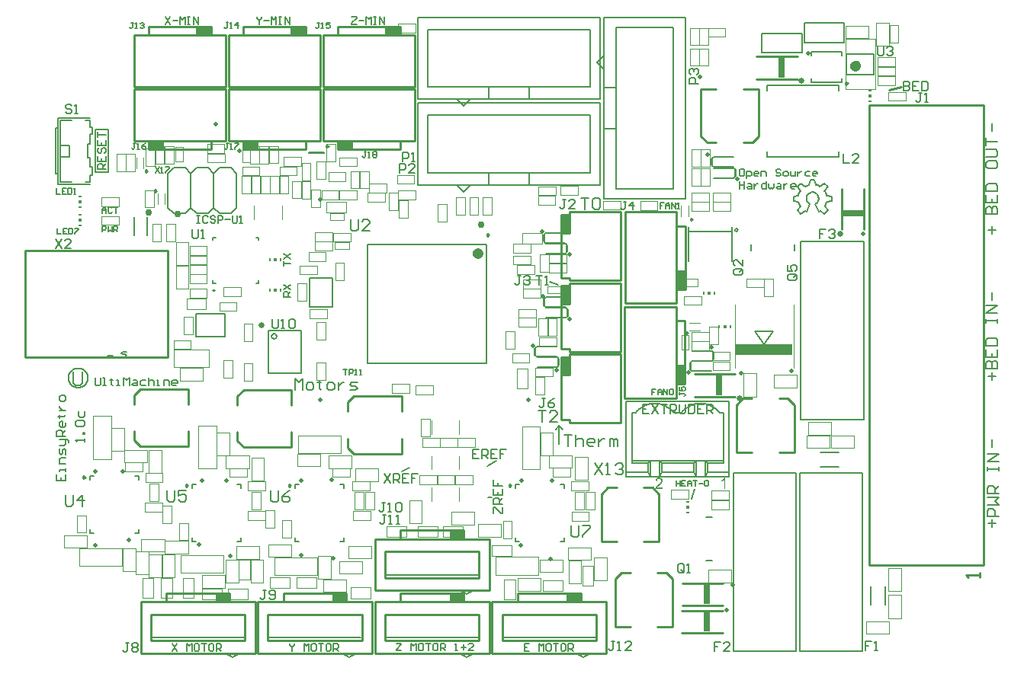
<source format=gto>
G04 Layer_Color=65535*
%FSLAX25Y25*%
%MOIN*%
G70*
G01*
G75*
%ADD11C,0.00800*%
%ADD63C,0.00600*%
%ADD66C,0.01000*%
%ADD67C,0.00700*%
%ADD120C,0.03000*%
%ADD146C,0.00984*%
%ADD147C,0.00500*%
%ADD148C,0.02362*%
%ADD149C,0.02500*%
%ADD150C,0.02000*%
%ADD151C,0.01968*%
%ADD152C,0.00787*%
%ADD153C,0.00200*%
%ADD154C,0.00400*%
%ADD155C,0.00197*%
%ADD156R,0.08790X0.02953*%
%ADD157R,0.02953X0.08790*%
%ADD158R,0.01200X0.00590*%
%ADD159R,0.01200X0.00600*%
%ADD160R,0.01200X0.01190*%
%ADD161R,0.00590X0.01200*%
%ADD162R,0.00600X0.01200*%
%ADD163R,0.01190X0.01200*%
%ADD164R,0.24505X0.04921*%
G36*
X-23346Y-20354D02*
X-30207D01*
Y-16604D01*
X-23346D01*
Y-20354D01*
D02*
G37*
G36*
X17992D02*
X11132D01*
Y-16604D01*
X17992D01*
Y-20354D01*
D02*
G37*
G36*
X222029Y-169100D02*
X221417D01*
Y-165214D01*
X221410Y-165222D01*
X221379Y-165252D01*
X221326Y-165290D01*
X221258Y-165343D01*
X221175Y-165411D01*
X221077Y-165479D01*
X220964Y-165562D01*
X220835Y-165638D01*
X220828D01*
X220820Y-165645D01*
X220775Y-165675D01*
X220707Y-165713D01*
X220623Y-165759D01*
X220525Y-165811D01*
X220419Y-165857D01*
X220306Y-165910D01*
X220200Y-165955D01*
Y-165358D01*
X220208D01*
X220223Y-165350D01*
X220253Y-165335D01*
X220283Y-165312D01*
X220328Y-165290D01*
X220381Y-165267D01*
X220502Y-165199D01*
X220638Y-165116D01*
X220790Y-165018D01*
X220941Y-164904D01*
X221084Y-164783D01*
X221092Y-164776D01*
X221100Y-164768D01*
X221145Y-164723D01*
X221213Y-164655D01*
X221296Y-164572D01*
X221387Y-164466D01*
X221478Y-164352D01*
X221561Y-164231D01*
X221629Y-164110D01*
X222029D01*
Y-169100D01*
D02*
G37*
G36*
X193152Y-164118D02*
X193213Y-164126D01*
X193281Y-164133D01*
X193356Y-164141D01*
X193439Y-164163D01*
X193621Y-164209D01*
X193810Y-164277D01*
X193908Y-164322D01*
X193999Y-164375D01*
X194082Y-164443D01*
X194165Y-164511D01*
X194173Y-164519D01*
X194180Y-164526D01*
X194203Y-164549D01*
X194233Y-164579D01*
X194264Y-164625D01*
X194301Y-164670D01*
X194377Y-164783D01*
X194453Y-164927D01*
X194521Y-165093D01*
X194573Y-165282D01*
X194581Y-165388D01*
X194589Y-165494D01*
Y-165509D01*
Y-165547D01*
X194581Y-165607D01*
X194573Y-165683D01*
X194558Y-165774D01*
X194536Y-165872D01*
X194505Y-165978D01*
X194460Y-166084D01*
X194453Y-166099D01*
X194437Y-166137D01*
X194407Y-166189D01*
X194362Y-166265D01*
X194309Y-166356D01*
X194241Y-166462D01*
X194150Y-166567D01*
X194052Y-166688D01*
X194037Y-166703D01*
X193999Y-166749D01*
X193931Y-166817D01*
X193886Y-166862D01*
X193833Y-166915D01*
X193772Y-166976D01*
X193696Y-167044D01*
X193621Y-167112D01*
X193538Y-167195D01*
X193447Y-167278D01*
X193341Y-167369D01*
X193235Y-167459D01*
X193114Y-167565D01*
X193107Y-167573D01*
X193092Y-167588D01*
X193061Y-167611D01*
X193024Y-167641D01*
X192933Y-167717D01*
X192820Y-167815D01*
X192706Y-167921D01*
X192585Y-168026D01*
X192487Y-168117D01*
X192449Y-168155D01*
X192411Y-168193D01*
X192404Y-168200D01*
X192389Y-168223D01*
X192358Y-168253D01*
X192321Y-168299D01*
X192237Y-168397D01*
X192154Y-168518D01*
X194596D01*
Y-169100D01*
X191308D01*
Y-169092D01*
Y-169062D01*
Y-169017D01*
X191315Y-168964D01*
X191323Y-168903D01*
X191330Y-168835D01*
X191353Y-168760D01*
X191376Y-168684D01*
Y-168677D01*
X191383Y-168669D01*
X191398Y-168624D01*
X191428Y-168563D01*
X191474Y-168473D01*
X191527Y-168374D01*
X191602Y-168261D01*
X191678Y-168147D01*
X191776Y-168026D01*
Y-168019D01*
X191791Y-168011D01*
X191829Y-167966D01*
X191890Y-167898D01*
X191980Y-167807D01*
X192094Y-167701D01*
X192230Y-167573D01*
X192396Y-167429D01*
X192578Y-167271D01*
X192585Y-167263D01*
X192615Y-167240D01*
X192653Y-167210D01*
X192706Y-167157D01*
X192774Y-167104D01*
X192850Y-167036D01*
X193016Y-166893D01*
X193198Y-166719D01*
X193379Y-166545D01*
X193470Y-166462D01*
X193545Y-166378D01*
X193613Y-166295D01*
X193674Y-166220D01*
Y-166212D01*
X193689Y-166205D01*
X193704Y-166182D01*
X193719Y-166152D01*
X193765Y-166076D01*
X193817Y-165978D01*
X193870Y-165864D01*
X193916Y-165743D01*
X193946Y-165607D01*
X193961Y-165479D01*
Y-165471D01*
Y-165464D01*
X193954Y-165418D01*
X193946Y-165350D01*
X193931Y-165267D01*
X193893Y-165169D01*
X193848Y-165070D01*
X193787Y-164965D01*
X193696Y-164866D01*
X193681Y-164859D01*
X193651Y-164829D01*
X193591Y-164791D01*
X193515Y-164738D01*
X193417Y-164692D01*
X193303Y-164655D01*
X193167Y-164625D01*
X193016Y-164617D01*
X192971D01*
X192940Y-164625D01*
X192865Y-164632D01*
X192767Y-164647D01*
X192653Y-164685D01*
X192532Y-164730D01*
X192419Y-164798D01*
X192313Y-164889D01*
X192306Y-164904D01*
X192275Y-164934D01*
X192230Y-164995D01*
X192184Y-165078D01*
X192132Y-165184D01*
X192094Y-165305D01*
X192064Y-165448D01*
X192048Y-165615D01*
X191421Y-165547D01*
Y-165539D01*
Y-165517D01*
X191428Y-165479D01*
X191436Y-165433D01*
X191451Y-165373D01*
X191459Y-165305D01*
X191504Y-165154D01*
X191565Y-164980D01*
X191648Y-164806D01*
X191761Y-164632D01*
X191822Y-164556D01*
X191897Y-164481D01*
X191905Y-164473D01*
X191920Y-164466D01*
X191943Y-164443D01*
X191973Y-164420D01*
X192018Y-164398D01*
X192071Y-164360D01*
X192132Y-164330D01*
X192200Y-164292D01*
X192275Y-164262D01*
X192358Y-164224D01*
X192457Y-164194D01*
X192555Y-164171D01*
X192782Y-164126D01*
X192903Y-164118D01*
X193031Y-164110D01*
X193099D01*
X193152Y-164118D01*
D02*
G37*
G36*
X38632Y29518D02*
X31772D01*
Y33268D01*
X38632D01*
Y29518D01*
D02*
G37*
G36*
X79971D02*
X73110D01*
Y33268D01*
X79971D01*
Y29518D01*
D02*
G37*
G36*
X59331Y-20354D02*
X52470D01*
Y-16604D01*
X59331D01*
Y-20354D01*
D02*
G37*
G36*
X-2707Y29518D02*
X-9567D01*
Y33268D01*
X-2707D01*
Y29518D01*
D02*
G37*
G54D11*
X227505Y-55784D02*
X226961Y-55035D01*
X226081Y-55321D01*
Y-56247D01*
X226961Y-56533D01*
X227505Y-55784D01*
X265400Y-45300D02*
X265886Y-44335D01*
X266200Y-43300D01*
X266300Y-40500D02*
X265928Y-39561D01*
X265400Y-38700D01*
X263300Y-36700D02*
X262431Y-36230D01*
X261500Y-35900D01*
X258600Y-36000D02*
X257723Y-36285D01*
X256900Y-36700D01*
X254800Y-38700D02*
X254326Y-39567D01*
X254000Y-40500D01*
Y-43500D02*
X254328Y-44432D01*
X254800Y-45300D01*
X261300Y-44400D02*
X262083Y-43824D01*
X262614Y-43010D01*
X262826Y-42061D01*
X262692Y-41099D01*
X262229Y-40244D01*
X261496Y-39606D01*
X260586Y-39265D01*
X259614D01*
X258704Y-39606D01*
X257971Y-40244D01*
X257508Y-41099D01*
X257374Y-42061D01*
X257586Y-43010D01*
X258117Y-43824D01*
X258900Y-44400D01*
X145225Y-78475D02*
X148825Y-79675D01*
X207225Y-173275D02*
X208425Y-169175D01*
X118125Y-172775D02*
X119925Y-172675D01*
X117725Y-158975D02*
X121925Y-156875D01*
X80625Y-161275D02*
X84025Y-159675D01*
X-53625Y-30375D02*
X-47825D01*
X-53625D02*
Y-11675D01*
X-47825D01*
Y-30375D02*
Y-11675D01*
X149325Y-141575D02*
X150825Y-143075D01*
X147825D02*
X149325Y-141575D01*
Y-149475D02*
Y-141575D01*
X234933Y-100181D02*
X238933Y-105649D01*
X242870Y-100181D01*
X234933D02*
X242870D01*
X205800Y-69485D02*
Y-56473D01*
Y-54504D01*
X224749Y-56473D02*
Y-54504D01*
Y-69485D02*
Y-56473D01*
X205800D02*
X224749D01*
X261300Y-44400D02*
X262700Y-47800D01*
X263500Y-47400D01*
X265300Y-48600D01*
X266700Y-47200D01*
X265400Y-45400D02*
X266700Y-47200D01*
X266200Y-43400D02*
X268400Y-43000D01*
Y-41000D01*
X266200Y-40600D02*
X268400Y-41000D01*
X265300Y-38700D02*
X266700Y-36800D01*
X265300Y-35400D02*
X266700Y-36800D01*
X263300Y-36700D02*
X265300Y-35400D01*
X261000Y-33600D02*
X261500Y-36000D01*
X259100Y-33600D02*
X261000D01*
X258600Y-36000D02*
X259100Y-33600D01*
X254900Y-35400D02*
X256800Y-36700D01*
X253500Y-36800D02*
X254900Y-35400D01*
X253500Y-36800D02*
X254800Y-38700D01*
X251700Y-41000D02*
X254000Y-40600D01*
X251700Y-43000D02*
Y-41000D01*
Y-43000D02*
X253900Y-43400D01*
X253500Y-47200D02*
X254700Y-45400D01*
X253500Y-47200D02*
X254900Y-48600D01*
X256700Y-47400D01*
X257400Y-47800D01*
X258900Y-44400D01*
X22032Y-118296D02*
Y-99747D01*
X36513D01*
Y-118296D02*
Y-99747D01*
X22032Y-118296D02*
X36513D01*
X107387Y-1500D02*
X110373Y1487D01*
X104400D02*
X107387Y-1500D01*
Y-39000D02*
X110373Y-36013D01*
X104400D02*
X107387Y-39000D01*
X213404Y-200281D02*
X216258D01*
X213404Y-181332D02*
X216258D01*
X252113Y-64900D02*
Y-62046D01*
X233165Y-64900D02*
Y-62046D01*
X273985Y26393D02*
Y34857D01*
X256465Y26393D02*
X273985D01*
X256465D02*
Y34857D01*
X273985D01*
X237865Y21793D02*
Y30257D01*
X255385D01*
Y21793D02*
Y30257D01*
X237865Y21793D02*
X255385D01*
X165769Y17584D02*
X168755Y14598D01*
X165769Y17584D02*
X168755Y20571D01*
X164825Y-157876D02*
X168157Y-162875D01*
Y-157876D02*
X164825Y-162875D01*
X169824D02*
X171490D01*
X170657D01*
Y-157876D01*
X169824Y-158710D01*
X173989D02*
X174822Y-157876D01*
X176488D01*
X177321Y-158710D01*
Y-159543D01*
X176488Y-160376D01*
X175655D01*
X176488D01*
X177321Y-161209D01*
Y-162042D01*
X176488Y-162875D01*
X174822D01*
X173989Y-162042D01*
X58100Y-51102D02*
Y-55267D01*
X58933Y-56100D01*
X60599D01*
X61432Y-55267D01*
Y-51102D01*
X66431Y-56100D02*
X63098D01*
X66431Y-52768D01*
Y-51935D01*
X65598Y-51102D01*
X63931D01*
X63098Y-51935D01*
X-66500Y-171702D02*
Y-175867D01*
X-65667Y-176700D01*
X-64001D01*
X-63168Y-175867D01*
Y-171702D01*
X-59002Y-176700D02*
Y-171702D01*
X-61502Y-174201D01*
X-58169D01*
X-22000Y-169602D02*
Y-173767D01*
X-21167Y-174600D01*
X-19501D01*
X-18668Y-173767D01*
Y-169602D01*
X-13669D02*
X-17002D01*
Y-172101D01*
X-15336Y-171268D01*
X-14502D01*
X-13669Y-172101D01*
Y-173767D01*
X-14502Y-174600D01*
X-16169D01*
X-17002Y-173767D01*
X23200Y-169902D02*
Y-174067D01*
X24033Y-174900D01*
X25699D01*
X26532Y-174067D01*
Y-169902D01*
X31531D02*
X29864Y-170735D01*
X28198Y-172401D01*
Y-174067D01*
X29031Y-174900D01*
X30698D01*
X31531Y-174067D01*
Y-173234D01*
X30698Y-172401D01*
X28198D01*
X154625Y-185176D02*
Y-189342D01*
X155458Y-190175D01*
X157124D01*
X157957Y-189342D01*
Y-185176D01*
X159624D02*
X162956D01*
Y-186010D01*
X159624Y-189342D01*
Y-190175D01*
X336002Y-48800D02*
X341000D01*
Y-46301D01*
X340167Y-45468D01*
X339334D01*
X338501Y-46301D01*
Y-48800D01*
Y-46301D01*
X337668Y-45468D01*
X336835D01*
X336002Y-46301D01*
Y-48800D01*
Y-40469D02*
Y-43802D01*
X341000D01*
Y-40469D01*
X338501Y-43802D02*
Y-42136D01*
X336002Y-38803D02*
X341000D01*
Y-36304D01*
X340167Y-35471D01*
X336835D01*
X336002Y-36304D01*
Y-38803D01*
Y-26307D02*
Y-27973D01*
X336835Y-28806D01*
X340167D01*
X341000Y-27973D01*
Y-26307D01*
X340167Y-25474D01*
X336835D01*
X336002Y-26307D01*
Y-23808D02*
X340167D01*
X341000Y-22975D01*
Y-21309D01*
X340167Y-20476D01*
X336002D01*
Y-18810D02*
Y-15477D01*
Y-17144D01*
X341000D01*
X338501Y-57400D02*
Y-54068D01*
X336835Y-55734D02*
X340167D01*
X338501Y-12415D02*
Y-9082D01*
Y-121400D02*
Y-118068D01*
X336835Y-119734D02*
X340167D01*
X338501Y-86411D02*
Y-83079D01*
X336002Y-116300D02*
X341000D01*
Y-113801D01*
X340167Y-112968D01*
X339334D01*
X338501Y-113801D01*
Y-116300D01*
Y-113801D01*
X337668Y-112968D01*
X336835D01*
X336002Y-113801D01*
Y-116300D01*
Y-107969D02*
Y-111302D01*
X341000D01*
Y-107969D01*
X338501Y-111302D02*
Y-109635D01*
X336002Y-106303D02*
X341000D01*
Y-103804D01*
X340167Y-102971D01*
X336835D01*
X336002Y-103804D01*
Y-106303D01*
Y-96307D02*
Y-94640D01*
Y-95473D01*
X341000D01*
Y-96307D01*
Y-94640D01*
Y-92141D02*
X336002D01*
X341000Y-88809D01*
X336002D01*
X341400Y-181200D02*
X336402D01*
Y-178701D01*
X337235Y-177868D01*
X338901D01*
X339734Y-178701D01*
Y-181200D01*
X336402Y-176202D02*
X341400D01*
X339734Y-174536D01*
X341400Y-172869D01*
X336402D01*
X341400Y-171203D02*
X336402D01*
Y-168704D01*
X337235Y-167871D01*
X338901D01*
X339734Y-168704D01*
Y-171203D01*
Y-169537D02*
X341400Y-167871D01*
X336402Y-161206D02*
Y-159540D01*
Y-160373D01*
X341400D01*
Y-161206D01*
Y-159540D01*
Y-157041D02*
X336402D01*
X341400Y-153709D01*
X336402D01*
X-70399Y-162634D02*
Y-165300D01*
X-66400D01*
Y-162634D01*
X-68399Y-165300D02*
Y-163967D01*
X-66400Y-161301D02*
Y-159968D01*
Y-160635D01*
X-69066D01*
Y-161301D01*
X-66400Y-157969D02*
X-69066D01*
Y-155970D01*
X-68399Y-155303D01*
X-66400D01*
Y-153970D02*
Y-151971D01*
X-67066Y-151304D01*
X-67733Y-151971D01*
Y-153304D01*
X-68399Y-153970D01*
X-69066Y-153304D01*
Y-151304D01*
Y-149972D02*
X-67066D01*
X-66400Y-149305D01*
Y-147306D01*
X-65734D01*
X-65067Y-147972D01*
Y-148639D01*
X-66400Y-147306D02*
X-69066D01*
X-66400Y-145973D02*
X-70399D01*
Y-143974D01*
X-69732Y-143307D01*
X-68399D01*
X-67733Y-143974D01*
Y-145973D01*
Y-144640D02*
X-66400Y-143307D01*
Y-139975D02*
Y-141308D01*
X-67066Y-141974D01*
X-68399D01*
X-69066Y-141308D01*
Y-139975D01*
X-68399Y-139308D01*
X-67733D01*
Y-141974D01*
X-69732Y-137309D02*
X-69066D01*
Y-137976D01*
Y-136643D01*
Y-137309D01*
X-67066D01*
X-66400Y-136643D01*
X-69066Y-134643D02*
X-66400D01*
X-67733D01*
X-68399Y-133977D01*
X-69066Y-133310D01*
Y-132644D01*
X-66400Y-129978D02*
Y-128645D01*
X-67066Y-127979D01*
X-68399D01*
X-69066Y-128645D01*
Y-129978D01*
X-68399Y-130645D01*
X-67066D01*
X-66400Y-129978D01*
X159025Y-41676D02*
X162357D01*
X160691D01*
Y-46675D01*
X164024Y-42509D02*
X164857Y-41676D01*
X166523D01*
X167356Y-42509D01*
Y-45842D01*
X166523Y-46675D01*
X164857D01*
X164024Y-45842D01*
Y-42509D01*
X140125Y-134776D02*
X143457D01*
X141791D01*
Y-139775D01*
X148456D02*
X145124D01*
X148456Y-136442D01*
Y-135609D01*
X147623Y-134776D01*
X145957D01*
X145124Y-135609D01*
X338501Y-185900D02*
Y-182568D01*
X336835Y-184234D02*
X340167D01*
X338501Y-150911D02*
Y-147579D01*
X33700Y-125900D02*
Y-120902D01*
X35366Y-122568D01*
X37032Y-120902D01*
Y-125900D01*
X39531D02*
X41198D01*
X42031Y-125067D01*
Y-123401D01*
X41198Y-122568D01*
X39531D01*
X38698Y-123401D01*
Y-125067D01*
X39531Y-125900D01*
X44530Y-121735D02*
Y-122568D01*
X43697D01*
X45363D01*
X44530D01*
Y-125067D01*
X45363Y-125900D01*
X48695D02*
X50361D01*
X51194Y-125067D01*
Y-123401D01*
X50361Y-122568D01*
X48695D01*
X47862Y-123401D01*
Y-125067D01*
X48695Y-125900D01*
X52860Y-122568D02*
Y-125900D01*
Y-124234D01*
X53693Y-123401D01*
X54527Y-122568D01*
X55360D01*
X57859Y-125900D02*
X60358D01*
X61191Y-125067D01*
X60358Y-124234D01*
X58692D01*
X57859Y-123401D01*
X58692Y-122568D01*
X61191D01*
X151625Y-145276D02*
X154957D01*
X153291D01*
Y-150275D01*
X156624Y-145276D02*
Y-150275D01*
Y-147776D01*
X157457Y-146942D01*
X159123D01*
X159956Y-147776D01*
Y-150275D01*
X164121D02*
X162455D01*
X161622Y-149442D01*
Y-147776D01*
X162455Y-146942D01*
X164121D01*
X164954Y-147776D01*
Y-148609D01*
X161622D01*
X166620Y-146942D02*
Y-150275D01*
Y-148609D01*
X167453Y-147776D01*
X168287Y-146942D01*
X169120D01*
X171619Y-150275D02*
Y-146942D01*
X172452D01*
X173285Y-147776D01*
Y-150275D01*
Y-147776D01*
X174118Y-146942D01*
X174951Y-147776D01*
Y-150275D01*
X-58200Y-148500D02*
Y-147167D01*
Y-147834D01*
X-62199D01*
X-61532Y-148500D01*
X-58200Y-145168D02*
X-58866D01*
Y-144501D01*
X-58200D01*
Y-145168D01*
X-61532Y-141835D02*
X-62199Y-141169D01*
Y-139836D01*
X-61532Y-139170D01*
X-58866D01*
X-58200Y-139836D01*
Y-141169D01*
X-58866Y-141835D01*
X-61532D01*
X-60866Y-135171D02*
Y-137170D01*
X-60199Y-137837D01*
X-58866D01*
X-58200Y-137170D01*
Y-135171D01*
G54D63*
X191100Y-131700D02*
X190128Y-131745D01*
X189164Y-131880D01*
X188217Y-132104D01*
X187294Y-132414D01*
X186404Y-132808D01*
X185555Y-133284D01*
X184753Y-133835D01*
X184006Y-134459D01*
X183319Y-135149D01*
X182700Y-135900D01*
X199500D02*
X198881Y-135149D01*
X198194Y-134459D01*
X197447Y-133835D01*
X196645Y-133284D01*
X195796Y-132808D01*
X194906Y-132414D01*
X193983Y-132104D01*
X193036Y-131880D01*
X192072Y-131745D01*
X191100Y-131700D01*
X211100D02*
X210128Y-131745D01*
X209164Y-131880D01*
X208217Y-132104D01*
X207294Y-132414D01*
X206404Y-132808D01*
X205555Y-133284D01*
X204753Y-133835D01*
X204006Y-134459D01*
X203320Y-135149D01*
X202700Y-135900D01*
X219500D02*
X218881Y-135149D01*
X218194Y-134459D01*
X217447Y-133835D01*
X216645Y-133284D01*
X215796Y-132808D01*
X214906Y-132414D01*
X213983Y-132104D01*
X213036Y-131880D01*
X212072Y-131745D01*
X211100Y-131700D01*
X26013Y-102296D02*
X25661Y-101447D01*
X24813Y-101096D01*
X23964Y-101447D01*
X23613Y-102296D01*
X23964Y-103145D01*
X24813Y-103496D01*
X25661Y-103145D01*
X26013Y-102296D01*
X-30783Y-58075D02*
Y-50138D01*
X-36339Y-58075D02*
Y-50138D01*
X-69827Y-35602D02*
X-55827D01*
X-69827D02*
Y-31102D01*
Y-6602D02*
X-55827D01*
X-68827Y-18602D02*
Y-7602D01*
X-70827Y-11102D02*
X-69827D01*
X-70827Y-16102D02*
Y-11102D01*
Y-31102D02*
X-69827D01*
Y-6602D01*
X-70827Y-26102D02*
Y-16102D01*
Y-31102D02*
Y-26102D01*
X-68827Y-18602D02*
X-64827D01*
X-68827Y-23602D02*
Y-18602D01*
X-64827Y-23602D02*
Y-18602D01*
X-68827Y-23602D02*
X-64827D01*
X-68827Y-34602D02*
Y-23602D01*
X-55827Y-10602D02*
Y-7602D01*
Y-10602D02*
X-54827D01*
Y-13602D02*
Y-10602D01*
X-55827Y-13602D02*
X-54827D01*
X-55827Y-18102D02*
Y-13602D01*
X-56827Y-18102D02*
X-55827D01*
X-56827Y-24102D02*
Y-18102D01*
Y-24102D02*
X-55827D01*
Y-28102D02*
Y-24102D01*
Y-28102D02*
X-54827D01*
Y-31602D02*
Y-28102D01*
X-55827Y-31602D02*
X-54827D01*
X-55827Y-34602D02*
Y-31602D01*
X-57827Y-7602D02*
X-55827D01*
X-68827D02*
X-63827D01*
X-68827Y-34602D02*
X-63827D01*
X-57827D02*
X-55827D01*
X-21747Y-46044D02*
X-19247Y-48544D01*
X-14247D02*
X-11747Y-46044D01*
X-9247Y-48544D01*
X-4247D02*
X-1747Y-46044D01*
X-21747D02*
Y-31044D01*
X-19247Y-28544D01*
X-14247D01*
X-11747Y-31044D01*
X-9247Y-28544D01*
X-4247D01*
X-1747Y-31044D01*
X-11747Y-46044D02*
Y-31044D01*
X-1747Y-46044D02*
Y-31044D01*
X-9247Y-48544D02*
X-4247D01*
X-19247D02*
X-14247D01*
X-1747Y-46044D02*
X753Y-48544D01*
X5753D02*
X8253Y-46044D01*
X-1747Y-31044D02*
X753Y-28544D01*
X5753D01*
X8253Y-31044D01*
Y-46044D02*
Y-31044D01*
X753Y-48544D02*
X5753D01*
X178600Y-163700D02*
X189100D01*
X178600D02*
Y-161700D01*
Y-130700D01*
X181100Y-156700D02*
Y-135700D01*
X182800D01*
X181100Y-156700D02*
X189100D01*
X178600Y-161700D02*
X188100D01*
X181100Y-157700D02*
X188100D01*
Y-161700D02*
X189100Y-163700D01*
X188100Y-157700D02*
X189100Y-156700D01*
X181100Y-157700D02*
Y-156700D01*
X193100D02*
X194100Y-157700D01*
Y-161700D02*
Y-157700D01*
X193100Y-163700D02*
X194100Y-161700D01*
X188100Y-157700D02*
X189100Y-156700D01*
X188100Y-161700D02*
X189100Y-163700D01*
X188100Y-161700D02*
Y-157700D01*
X189100Y-163700D02*
Y-156700D01*
X193100Y-163700D02*
Y-156700D01*
X181100Y-135700D02*
X182600D01*
X208100Y-157700D02*
X209100Y-156700D01*
X213100D02*
X214100Y-157700D01*
X213100Y-163700D02*
X214100Y-161700D01*
X208100D02*
X209100Y-163700D01*
X208100Y-161700D02*
Y-157700D01*
X214100Y-161700D02*
Y-157700D01*
X213100Y-163700D02*
Y-156700D01*
X209100Y-163700D02*
Y-156700D01*
X214100Y-157700D02*
X221100D01*
X194100D02*
X208100D01*
X194100Y-161700D02*
X208100D01*
X214100D02*
X223600D01*
X189100Y-163700D02*
X193100D01*
X209100D01*
X213100D01*
X223600D01*
X189100Y-156700D02*
X193100D01*
X209100D01*
X213100D01*
X221100D01*
X219400Y-135700D02*
X221100D01*
X199600D02*
X202600D01*
X221100Y-157700D02*
Y-156700D01*
Y-135700D01*
X223600Y-161700D02*
Y-130700D01*
Y-163700D02*
Y-161700D01*
X178600Y-130700D02*
X223600D01*
X136258Y1487D02*
Y6802D01*
X118542Y1487D02*
Y6802D01*
X87597Y1487D02*
Y37313D01*
X167203D01*
Y1487D02*
Y37313D01*
X87597Y1487D02*
X167203D01*
X136258Y-36013D02*
Y-30698D01*
X118542Y-36013D02*
Y-30698D01*
X87597Y-36013D02*
Y-187D01*
X167203D01*
Y-36013D02*
Y-187D01*
X87597Y-36013D02*
X167203D01*
X157008Y-241035D02*
X160008Y-242735D01*
X163008Y-241035D01*
X124908Y-234135D02*
X165087D01*
X73687Y-234175D02*
X113866D01*
X108787Y-242775D02*
X111787Y-241075D01*
X105787D02*
X108787Y-242775D01*
X105787Y-213516D02*
X108787Y-215216D01*
X111787Y-213516D01*
X73687Y-206616D02*
X113866D01*
X22506Y-234175D02*
X62685D01*
X57606Y-242775D02*
X60606Y-241075D01*
X54606D02*
X57606Y-242775D01*
X3425Y-241075D02*
X6425Y-242775D01*
X9425Y-241075D01*
X-28675Y-234175D02*
X11504D01*
X168755Y-11287D02*
X174070D01*
X168755Y6429D02*
X174070D01*
X168755Y37374D02*
X204582D01*
Y-42232D02*
Y37374D01*
X168755Y-42232D02*
X204582D01*
X168755D02*
Y37374D01*
X178633Y-43301D02*
X177466D01*
X178049D01*
Y-46217D01*
X177466Y-46800D01*
X176883D01*
X176300Y-46217D01*
X181548Y-46800D02*
Y-43301D01*
X179799Y-45051D01*
X182131D01*
X-48925Y-29175D02*
X-52424D01*
Y-27425D01*
X-51841Y-26842D01*
X-50675D01*
X-50091Y-27425D01*
Y-29175D01*
Y-28008D02*
X-48925Y-26842D01*
X-52424Y-23343D02*
Y-25676D01*
X-48925D01*
Y-23343D01*
X-50675Y-25676D02*
Y-24510D01*
X-51841Y-19845D02*
X-52424Y-20428D01*
Y-21594D01*
X-51841Y-22177D01*
X-51258D01*
X-50675Y-21594D01*
Y-20428D01*
X-50091Y-19845D01*
X-49508D01*
X-48925Y-20428D01*
Y-21594D01*
X-49508Y-22177D01*
X-52424Y-16346D02*
Y-18678D01*
X-48925D01*
Y-16346D01*
X-50675Y-18678D02*
Y-17512D01*
X-52424Y-15179D02*
Y-12847D01*
Y-14013D01*
X-48925D01*
X32025Y-84975D02*
X28826D01*
Y-83375D01*
X29359Y-82842D01*
X30426D01*
X30959Y-83375D01*
Y-84975D01*
Y-83908D02*
X32025Y-82842D01*
X28826Y-81776D02*
X32025Y-79643D01*
X28826D02*
X32025Y-81776D01*
X136233Y-236801D02*
X134100D01*
Y-240000D01*
X136233D01*
X134100Y-238401D02*
X135166D01*
X140498Y-240000D02*
Y-236801D01*
X141564Y-237867D01*
X142631Y-236801D01*
Y-240000D01*
X145296Y-236801D02*
X144230D01*
X143697Y-237334D01*
Y-239467D01*
X144230Y-240000D01*
X145296D01*
X145829Y-239467D01*
Y-237334D01*
X145296Y-236801D01*
X146896D02*
X149029D01*
X147962D01*
Y-240000D01*
X151694Y-236801D02*
X150628D01*
X150095Y-237334D01*
Y-239467D01*
X150628Y-240000D01*
X151694D01*
X152227Y-239467D01*
Y-237334D01*
X151694Y-236801D01*
X153294Y-240000D02*
Y-236801D01*
X154893D01*
X155427Y-237334D01*
Y-238401D01*
X154893Y-238934D01*
X153294D01*
X154360D02*
X155427Y-240000D01*
X229699Y-29001D02*
X228633D01*
X228100Y-29534D01*
Y-31667D01*
X228633Y-32200D01*
X229699D01*
X230233Y-31667D01*
Y-29534D01*
X229699Y-29001D01*
X231299Y-33266D02*
Y-30067D01*
X232898D01*
X233432Y-30601D01*
Y-31667D01*
X232898Y-32200D01*
X231299D01*
X236097D02*
X235031D01*
X234498Y-31667D01*
Y-30601D01*
X235031Y-30067D01*
X236097D01*
X236631Y-30601D01*
Y-31134D01*
X234498D01*
X237697Y-32200D02*
Y-30067D01*
X239296D01*
X239830Y-30601D01*
Y-32200D01*
X246228Y-29534D02*
X245694Y-29001D01*
X244628D01*
X244095Y-29534D01*
Y-30067D01*
X244628Y-30601D01*
X245694D01*
X246228Y-31134D01*
Y-31667D01*
X245694Y-32200D01*
X244628D01*
X244095Y-31667D01*
X247827Y-32200D02*
X248893D01*
X249427Y-31667D01*
Y-30601D01*
X248893Y-30067D01*
X247827D01*
X247294Y-30601D01*
Y-31667D01*
X247827Y-32200D01*
X250493Y-30067D02*
Y-31667D01*
X251026Y-32200D01*
X252625D01*
Y-30067D01*
X253692D02*
Y-32200D01*
Y-31134D01*
X254225Y-30601D01*
X254758Y-30067D01*
X255291D01*
X259023D02*
X257424D01*
X256891Y-30601D01*
Y-31667D01*
X257424Y-32200D01*
X259023D01*
X261689D02*
X260623D01*
X260090Y-31667D01*
Y-30601D01*
X260623Y-30067D01*
X261689D01*
X262222Y-30601D01*
Y-31134D01*
X260090D01*
X228200Y-34501D02*
Y-37700D01*
Y-36101D01*
X230333D01*
Y-34501D01*
Y-37700D01*
X231932Y-35567D02*
X232998D01*
X233532Y-36101D01*
Y-37700D01*
X231932D01*
X231399Y-37167D01*
X231932Y-36634D01*
X233532D01*
X234598Y-35567D02*
Y-37700D01*
Y-36634D01*
X235131Y-36101D01*
X235664Y-35567D01*
X236197D01*
X239930Y-34501D02*
Y-37700D01*
X238330D01*
X237797Y-37167D01*
Y-36101D01*
X238330Y-35567D01*
X239930D01*
X240996D02*
Y-37167D01*
X241529Y-37700D01*
X242062Y-37167D01*
X242595Y-37700D01*
X243128Y-37167D01*
Y-35567D01*
X244728D02*
X245794D01*
X246327Y-36101D01*
Y-37700D01*
X244728D01*
X244195Y-37167D01*
X244728Y-36634D01*
X246327D01*
X247394Y-35567D02*
Y-37700D01*
Y-36634D01*
X247927Y-36101D01*
X248460Y-35567D01*
X248993D01*
X252192Y-37700D02*
X251126D01*
X250593Y-37167D01*
Y-36101D01*
X251126Y-35567D01*
X252192D01*
X252725Y-36101D01*
Y-36634D01*
X250593D01*
X31400Y-236801D02*
Y-237334D01*
X32466Y-238401D01*
X33533Y-237334D01*
Y-236801D01*
X32466Y-238401D02*
Y-240000D01*
X37798D02*
Y-236801D01*
X38864Y-237867D01*
X39931Y-236801D01*
Y-240000D01*
X42596Y-236801D02*
X41530D01*
X40997Y-237334D01*
Y-239467D01*
X41530Y-240000D01*
X42596D01*
X43130Y-239467D01*
Y-237334D01*
X42596Y-236801D01*
X44196D02*
X46328D01*
X45262D01*
Y-240000D01*
X48994Y-236801D02*
X47928D01*
X47395Y-237334D01*
Y-239467D01*
X47928Y-240000D01*
X48994D01*
X49527Y-239467D01*
Y-237334D01*
X48994Y-236801D01*
X50594Y-240000D02*
Y-236801D01*
X52193D01*
X52727Y-237334D01*
Y-238401D01*
X52193Y-238934D01*
X50594D01*
X51660D02*
X52727Y-240000D01*
X-48100Y-110801D02*
X-45967D01*
X78200Y-236701D02*
X80333D01*
Y-237234D01*
X78200Y-239367D01*
Y-239900D01*
X80333D01*
X84598D02*
Y-236701D01*
X85664Y-237767D01*
X86731Y-236701D01*
Y-239900D01*
X89396Y-236701D02*
X88330D01*
X87797Y-237234D01*
Y-239367D01*
X88330Y-239900D01*
X89396D01*
X89929Y-239367D01*
Y-237234D01*
X89396Y-236701D01*
X90996D02*
X93129D01*
X92062D01*
Y-239900D01*
X95794Y-236701D02*
X94728D01*
X94195Y-237234D01*
Y-239367D01*
X94728Y-239900D01*
X95794D01*
X96328Y-239367D01*
Y-237234D01*
X95794Y-236701D01*
X97394Y-239900D02*
Y-236701D01*
X98993D01*
X99527Y-237234D01*
Y-238300D01*
X98993Y-238834D01*
X97394D01*
X98460D02*
X99527Y-239900D01*
X103792D02*
X104858D01*
X104325D01*
Y-236701D01*
X103792Y-237234D01*
X106458Y-238300D02*
X108590D01*
X107524Y-237234D02*
Y-239367D01*
X111789Y-239900D02*
X109657D01*
X111789Y-237767D01*
Y-237234D01*
X111256Y-236701D01*
X110190D01*
X109657Y-237234D01*
X-42100Y-111300D02*
X-40501D01*
X-39967Y-110767D01*
X-40501Y-110234D01*
X-41567D01*
X-42100Y-109701D01*
X-41567Y-109167D01*
X-39967D01*
X-19800Y-236801D02*
X-17667Y-240000D01*
Y-236801D02*
X-19800Y-240000D01*
X-13402D02*
Y-236801D01*
X-12336Y-237867D01*
X-11269Y-236801D01*
Y-240000D01*
X-8604Y-236801D02*
X-9670D01*
X-10203Y-237334D01*
Y-239467D01*
X-9670Y-240000D01*
X-8604D01*
X-8070Y-239467D01*
Y-237334D01*
X-8604Y-236801D01*
X-7004D02*
X-4871D01*
X-5938D01*
Y-240000D01*
X-2206Y-236801D02*
X-3272D01*
X-3805Y-237334D01*
Y-239467D01*
X-3272Y-240000D01*
X-2206D01*
X-1672Y-239467D01*
Y-237334D01*
X-2206Y-236801D01*
X-606Y-240000D02*
Y-236801D01*
X993D01*
X1527Y-237334D01*
Y-238401D01*
X993Y-238934D01*
X-606D01*
X460D02*
X1527Y-240000D01*
X-63100Y-117702D02*
Y-122700D01*
X-62100Y-123700D01*
X-60101D01*
X-59101Y-122700D01*
Y-117702D01*
X28826Y-71475D02*
Y-69342D01*
Y-70408D01*
X32025D01*
X28826Y-68276D02*
X32025Y-66143D01*
X28826D02*
X32025Y-68276D01*
X-22775Y37424D02*
X-20642Y34225D01*
Y37424D02*
X-22775Y34225D01*
X-19576Y35825D02*
X-17443D01*
X-16377Y34225D02*
Y37424D01*
X-15311Y36358D01*
X-14244Y37424D01*
Y34225D01*
X-13178Y37424D02*
X-12112D01*
X-12645D01*
Y34225D01*
X-13178D01*
X-12112D01*
X-10512D02*
Y37424D01*
X-8379Y34225D01*
Y37424D01*
X17125D02*
Y36891D01*
X18192Y35825D01*
X19258Y36891D01*
Y37424D01*
X18192Y35825D02*
Y34225D01*
X20324Y35825D02*
X22457D01*
X23523Y34225D02*
Y37424D01*
X24589Y36358D01*
X25656Y37424D01*
Y34225D01*
X26722Y37424D02*
X27788D01*
X27255D01*
Y34225D01*
X26722D01*
X27788D01*
X29388D02*
Y37424D01*
X31521Y34225D01*
Y37424D01*
X58625Y37524D02*
X60758D01*
Y36991D01*
X58625Y34858D01*
Y34325D01*
X60758D01*
X61824Y35925D02*
X63957D01*
X65023Y34325D02*
Y37524D01*
X66089Y36458D01*
X67156Y37524D01*
Y34325D01*
X68222Y37524D02*
X69288D01*
X68755D01*
Y34325D01*
X68222D01*
X69288D01*
X70888D02*
Y37524D01*
X73021Y34325D01*
Y37524D01*
X-9000Y-49401D02*
X-7934D01*
X-8467D01*
Y-52600D01*
X-9000D01*
X-7934D01*
X-4202Y-49934D02*
X-4735Y-49401D01*
X-5801D01*
X-6334Y-49934D01*
Y-52067D01*
X-5801Y-52600D01*
X-4735D01*
X-4202Y-52067D01*
X-1003Y-49934D02*
X-1536Y-49401D01*
X-2602D01*
X-3135Y-49934D01*
Y-50467D01*
X-2602Y-51000D01*
X-1536D01*
X-1003Y-51534D01*
Y-52067D01*
X-1536Y-52600D01*
X-2602D01*
X-3135Y-52067D01*
X64Y-52600D02*
Y-49401D01*
X1663D01*
X2196Y-49934D01*
Y-51000D01*
X1663Y-51534D01*
X64D01*
X3263Y-51000D02*
X5395D01*
X6462Y-49401D02*
Y-52067D01*
X6995Y-52600D01*
X8061D01*
X8594Y-52067D01*
Y-49401D01*
X9661Y-52600D02*
X10727D01*
X10194D01*
Y-49401D01*
X9661Y-49934D01*
G54D66*
X207383Y-51049D02*
X206723Y-50668D01*
Y-51430D01*
X207383Y-51049D01*
X205497Y-100758D02*
X204837Y-100376D01*
Y-101139D01*
X205497Y-100758D01*
X-30902Y-29943D02*
X-31563Y-29562D01*
Y-30325D01*
X-30902Y-29943D01*
X-26900Y-38644D02*
X-27560Y-38263D01*
Y-39025D01*
X-26900Y-38644D01*
X80020Y-16604D02*
X86221D01*
X80020Y-20354D02*
Y-16604D01*
X52470Y-20354D02*
X80020D01*
X52470D02*
Y-16604D01*
X46220D02*
X52470D01*
X46220D02*
Y5946D01*
X86221D01*
Y-16604D02*
Y5946D01*
X52470Y-16604D02*
X80020D01*
X282632Y-55478D02*
Y-37720D01*
X272711Y-55478D02*
Y-37720D01*
X208500Y-118779D02*
X226258D01*
X208500Y-128700D02*
X226258D01*
X202981Y-222296D02*
X220739D01*
X202981Y-232217D02*
X220739D01*
X153789Y-108937D02*
Y-107737D01*
X150039D02*
X153789D01*
X150039D02*
Y-80187D01*
X153789D01*
Y-78937D01*
X176339D01*
Y-108937D02*
Y-78937D01*
X153789Y-108937D02*
X176339D01*
X203072Y-220232D02*
X220830D01*
X203072Y-210311D02*
X220830D01*
X-21916Y-111331D02*
Y-64803D01*
X-83976Y-111331D02*
X-21916D01*
X-83976D02*
Y-64803D01*
X-21916D01*
X153789Y-140039D02*
Y-138839D01*
X150039D02*
X153789D01*
X150039D02*
Y-111289D01*
X153789D01*
Y-110039D01*
X176339D01*
Y-140039D02*
Y-110039D01*
X153789Y-140039D02*
X176339D01*
X153789Y-77835D02*
Y-76635D01*
X150039D02*
X153789D01*
X150039D02*
Y-49085D01*
X153789D01*
Y-47835D01*
X176339D01*
Y-77835D02*
Y-47835D01*
X153789Y-77835D02*
X176339D01*
X200650Y-54100D02*
Y-47900D01*
Y-54100D02*
X204400D01*
Y-81650D02*
Y-54100D01*
X200650Y-81650D02*
X204400D01*
X200650Y-87900D02*
Y-81650D01*
X178100Y-87900D02*
X200650D01*
X178100D02*
Y-47900D01*
X200650D01*
Y-81650D02*
Y-54100D01*
X200550Y-95500D02*
Y-89300D01*
Y-95500D02*
X204300D01*
Y-123050D02*
Y-95500D01*
X200550Y-123050D02*
X204300D01*
X200550Y-129300D02*
Y-123050D01*
X178000Y-129300D02*
X200550D01*
X178000D02*
Y-89300D01*
X200550D01*
Y-123050D02*
Y-95500D01*
X152894Y-119196D02*
Y-111289D01*
X151914Y-119196D02*
Y-111317D01*
X150994Y-119196D02*
Y-111296D01*
X150039Y-119196D02*
X153789D01*
Y-111289D01*
X152894Y-88094D02*
Y-80187D01*
X151914Y-88094D02*
Y-80214D01*
X150994Y-88094D02*
Y-80194D01*
X150039Y-88094D02*
X153789D01*
Y-80187D01*
X152894Y-56991D02*
Y-49085D01*
X151914Y-56991D02*
Y-49112D01*
X150994Y-56991D02*
Y-49091D01*
X150039Y-56991D02*
X153789D01*
Y-49085D01*
X201546Y-81650D02*
Y-73743D01*
X202525Y-81623D02*
Y-73743D01*
X203446Y-81643D02*
Y-73743D01*
X200650D02*
X204400D01*
X200650Y-81650D02*
Y-73743D01*
X201446Y-123050D02*
Y-115143D01*
X202425Y-123023D02*
Y-115143D01*
X203346Y-123043D02*
Y-115143D01*
X200550D02*
X204300D01*
X200550Y-123050D02*
Y-115143D01*
X153008Y-217635D02*
X158758D01*
X153008Y-216735D02*
X158658D01*
X153008Y-218513D02*
Y-214735D01*
Y-215735D02*
X158758D01*
Y-218485D02*
Y-214735D01*
X131208D02*
X158758D01*
X131134Y-218513D02*
X158684D01*
X124408Y-224027D02*
X165520D01*
X124408Y-235535D02*
Y-224027D01*
Y-235535D02*
X165520D01*
Y-224027D01*
X120008Y-241035D02*
Y-218485D01*
Y-241035D02*
X170008D01*
Y-218485D01*
X158758D02*
X170008D01*
X131208D02*
Y-214735D01*
X120008Y-218485D02*
X131208D01*
X68787Y-218525D02*
X79987D01*
Y-214775D01*
X107537Y-218525D02*
X118787D01*
Y-241075D02*
Y-218525D01*
X68787Y-241075D02*
X118787D01*
X68787D02*
Y-218525D01*
X114299Y-235575D02*
Y-224066D01*
X73187Y-235575D02*
X114299D01*
X73187D02*
Y-224066D01*
X114299D01*
X79914Y-218552D02*
X107464D01*
X79987Y-214775D02*
X107537D01*
Y-218525D02*
Y-214775D01*
X101787Y-215775D02*
X107537D01*
X101787Y-218552D02*
Y-214775D01*
Y-216775D02*
X107437D01*
X101787Y-217675D02*
X107537D01*
X101787Y-190116D02*
X107537D01*
X101787Y-189216D02*
X107437D01*
X101787Y-190993D02*
Y-187216D01*
Y-188216D02*
X107537D01*
Y-190966D02*
Y-187216D01*
X79987D02*
X107537D01*
X79914Y-190993D02*
X107464D01*
X73187Y-196507D02*
X114299D01*
X73187Y-208016D02*
Y-196507D01*
Y-208016D02*
X114299D01*
Y-196507D01*
X68787Y-213516D02*
Y-190966D01*
Y-213516D02*
X118787D01*
Y-190966D01*
X107537D02*
X118787D01*
X79987D02*
Y-187216D01*
X68787Y-190966D02*
X79987D01*
X17606Y-218525D02*
X28806D01*
Y-214775D01*
X56356Y-218525D02*
X67606D01*
Y-241075D02*
Y-218525D01*
X17606Y-241075D02*
X67606D01*
X17606D02*
Y-218525D01*
X63118Y-235575D02*
Y-224066D01*
X22006Y-235575D02*
X63118D01*
X22006D02*
Y-224066D01*
X63118D01*
X28733Y-218552D02*
X56283D01*
X28806Y-214775D02*
X56356D01*
Y-218525D02*
Y-214775D01*
X50606Y-215775D02*
X56356D01*
X50606Y-218552D02*
Y-214775D01*
Y-216775D02*
X56256D01*
X50606Y-217675D02*
X56356D01*
X-575D02*
X5175D01*
X-575Y-216775D02*
X5075D01*
X-575Y-218552D02*
Y-214775D01*
Y-215775D02*
X5175D01*
Y-218525D02*
Y-214775D01*
X-22375D02*
X5175D01*
X-22448Y-218552D02*
X5102D01*
X-29175Y-224066D02*
X11937D01*
X-29175Y-235575D02*
Y-224066D01*
Y-235575D02*
X11937D01*
Y-224066D01*
X-33575Y-241075D02*
Y-218525D01*
Y-241075D02*
X16425D01*
Y-218525D01*
X5175D02*
X16425D01*
X-22375D02*
Y-214775D01*
X-33575Y-218525D02*
X-22375D01*
X-12889Y-131994D02*
Y-125302D01*
Y-150498D02*
Y-143806D01*
X-36511Y-147742D02*
Y-143806D01*
Y-147742D02*
X-33755Y-150498D01*
Y-150498D02*
X-12889D01*
X-36511Y-131994D02*
Y-128058D01*
X-33755Y-125302D02*
X-12889D01*
X-36511Y-128058D02*
X-33755Y-125302D01*
X245406Y-153211D02*
X252098D01*
X226902D02*
X233594D01*
X229658Y-129589D02*
X233594D01*
X226902Y-132345D02*
X229658Y-129589D01*
X226902Y-153211D02*
Y-132345D01*
X245406Y-129589D02*
X249342D01*
X252098Y-153211D02*
Y-132345D01*
X249342Y-129589D02*
X252098Y-132345D01*
X186305Y-192211D02*
X192998D01*
X167802D02*
X174495D01*
X170557Y-168589D02*
X174495D01*
X167802Y-171345D02*
X170557Y-168589D01*
X167802Y-192211D02*
Y-171345D01*
X186305Y-168589D02*
X190243D01*
X192998Y-192211D02*
Y-171345D01*
X190243Y-168589D02*
X192998Y-171345D01*
X32272Y-132369D02*
Y-125676D01*
Y-150873D02*
Y-144180D01*
X8650Y-148117D02*
Y-144180D01*
Y-148117D02*
X11406Y-150873D01*
Y-150873D02*
X32272D01*
X8650Y-132369D02*
Y-128432D01*
X11406Y-125676D02*
X32272D01*
X8650Y-128432D02*
X11406Y-125676D01*
X80475Y-135195D02*
Y-128502D01*
Y-153698D02*
Y-147005D01*
X56853Y-150943D02*
Y-147005D01*
Y-150943D02*
X59609Y-153698D01*
Y-153698D02*
X80475D01*
X56853Y-135195D02*
Y-131257D01*
X59609Y-128502D02*
X80475D01*
X56853Y-131257D02*
X59609Y-128502D01*
X192206Y-229411D02*
X198898D01*
X173702D02*
X180394D01*
X176458Y-205789D02*
X180394D01*
X173702Y-208545D02*
X176458Y-205789D01*
X173702Y-229411D02*
Y-208545D01*
X192206Y-205789D02*
X196142D01*
X198898Y-229411D02*
Y-208545D01*
X196142Y-205789D02*
X198898Y-208545D01*
X284700Y-202550D02*
Y-1050D01*
X334700D01*
Y-202550D02*
Y-1050D01*
X284700Y-202550D02*
X334700D01*
X46220Y29518D02*
X52421D01*
Y33268D01*
X79971D01*
Y29518D02*
Y33268D01*
Y29518D02*
X86221D01*
Y6968D02*
Y29518D01*
X46220Y6968D02*
X86221D01*
X46220D02*
Y29518D01*
X52421D02*
X79971D01*
X-36457D02*
X-30257D01*
Y33268D01*
X-2707D01*
Y29518D02*
Y33268D01*
Y29518D02*
X3543D01*
Y6968D02*
Y29518D01*
X-36457Y6968D02*
X3543D01*
X-36457D02*
Y29518D01*
X-30257D02*
X-2707D01*
X4882D02*
X11082D01*
Y33268D01*
X38632D01*
Y29518D02*
Y33268D01*
Y29518D02*
X44882D01*
Y6968D02*
Y29518D01*
X4882Y6968D02*
X44882D01*
X4882D02*
Y29518D01*
X11082D02*
X38632D01*
X-2657Y-16604D02*
X3543D01*
X-2657Y-20354D02*
Y-16604D01*
X-30207Y-20354D02*
X-2657D01*
X-30207D02*
Y-16604D01*
X-36457D02*
X-30207D01*
X-36457D02*
Y5946D01*
X3543D01*
Y-16604D02*
Y5946D01*
X-30207Y-16604D02*
X-2657D01*
X211327Y6036D02*
X218020D01*
X229831D02*
X236524D01*
X229831Y-17586D02*
X233768D01*
X236524Y-14830D01*
X236524D02*
Y6036D01*
X214083Y-17586D02*
X218020D01*
X211327Y-14830D02*
Y6036D01*
X211327Y-14830D02*
X214083Y-17586D01*
X235625Y20146D02*
X253383D01*
X235625Y10225D02*
X253383D01*
X293500Y5700D02*
X298900Y6800D01*
X38682Y-16604D02*
X44882D01*
X38682Y-20354D02*
Y-16604D01*
X11132Y-20354D02*
X38682D01*
X11132D02*
Y-16604D01*
X4882D02*
X11132D01*
X4882D02*
Y5946D01*
X44882D01*
Y-16604D02*
Y5946D01*
X11132Y-16604D02*
X38682D01*
X333200Y-207700D02*
Y-205701D01*
Y-206700D01*
X327202D01*
X328202Y-207700D01*
G54D67*
X285966Y-235701D02*
X283300D01*
Y-237701D01*
X284633D01*
X283300D01*
Y-239700D01*
X287299D02*
X288632D01*
X287965D01*
Y-235701D01*
X287299Y-236368D01*
X79600Y-30800D02*
Y-26801D01*
X81599D01*
X82266Y-27468D01*
Y-28801D01*
X81599Y-29467D01*
X79600D01*
X86264Y-30800D02*
X83599D01*
X86264Y-28134D01*
Y-27468D01*
X85598Y-26801D01*
X84265D01*
X83599Y-27468D01*
X80900Y-25800D02*
Y-21801D01*
X82899D01*
X83566Y-22468D01*
Y-23801D01*
X82899Y-24467D01*
X80900D01*
X84899Y-25800D02*
X86232D01*
X85565D01*
Y-21801D01*
X84899Y-22468D01*
X265791Y-55376D02*
X263125D01*
Y-57376D01*
X264458D01*
X263125D01*
Y-59375D01*
X267124Y-56042D02*
X267790Y-55376D01*
X269123D01*
X269790Y-56042D01*
Y-56709D01*
X269123Y-57376D01*
X268457D01*
X269123D01*
X269790Y-58042D01*
Y-58708D01*
X269123Y-59375D01*
X267790D01*
X267124Y-58708D01*
X219866Y-236101D02*
X217200D01*
Y-238101D01*
X218533D01*
X217200D01*
Y-240100D01*
X223865D02*
X221199D01*
X223865Y-237434D01*
Y-236768D01*
X223198Y-236101D01*
X221865D01*
X221199Y-236768D01*
X23900Y-94701D02*
Y-98034D01*
X24566Y-98700D01*
X25899D01*
X26566Y-98034D01*
Y-94701D01*
X27899Y-98700D02*
X29232D01*
X28565D01*
Y-94701D01*
X27899Y-95368D01*
X31231D02*
X31897Y-94701D01*
X33230D01*
X33897Y-95368D01*
Y-98034D01*
X33230Y-98700D01*
X31897D01*
X31231Y-98034D01*
Y-95368D01*
X252434Y-74934D02*
X249768D01*
X249101Y-75601D01*
Y-76934D01*
X249768Y-77600D01*
X252434D01*
X253100Y-76934D01*
Y-75601D01*
X251767Y-76267D02*
X253100Y-74934D01*
Y-75601D02*
X252434Y-74934D01*
X249101Y-70935D02*
Y-73601D01*
X251101D01*
X250434Y-72268D01*
Y-71602D01*
X251101Y-70935D01*
X252434D01*
X253100Y-71602D01*
Y-72935D01*
X252434Y-73601D01*
X-70900Y-59601D02*
X-68234Y-63600D01*
Y-59601D02*
X-70900Y-63600D01*
X-64236D02*
X-66901D01*
X-64236Y-60934D01*
Y-60268D01*
X-64902Y-59601D01*
X-66235D01*
X-66901Y-60268D01*
X-63734Y-1568D02*
X-64401Y-901D01*
X-65734D01*
X-66400Y-1568D01*
Y-2234D01*
X-65734Y-2901D01*
X-64401D01*
X-63734Y-3567D01*
Y-4234D01*
X-64401Y-4900D01*
X-65734D01*
X-66400Y-4234D01*
X-62401Y-4900D02*
X-61068D01*
X-61735D01*
Y-901D01*
X-62401Y-1568D01*
X203891Y-205008D02*
Y-202343D01*
X203224Y-201676D01*
X201892D01*
X201225Y-202343D01*
Y-205008D01*
X201892Y-205675D01*
X203224D01*
X202558Y-204342D02*
X203891Y-205675D01*
X203224D02*
X203891Y-205008D01*
X205224Y-205675D02*
X206557D01*
X205890D01*
Y-201676D01*
X205224Y-202343D01*
X228734Y-72734D02*
X226068D01*
X225401Y-73401D01*
Y-74734D01*
X226068Y-75400D01*
X228734D01*
X229400Y-74734D01*
Y-73401D01*
X228067Y-74067D02*
X229400Y-72734D01*
Y-73401D02*
X228734Y-72734D01*
X229400Y-68735D02*
Y-71401D01*
X226734Y-68735D01*
X226068D01*
X225401Y-69402D01*
Y-70735D01*
X226068Y-71401D01*
X152291Y-42276D02*
X150958D01*
X151625D01*
Y-45608D01*
X150958Y-46275D01*
X150292D01*
X149625Y-45608D01*
X156290Y-46275D02*
X153624D01*
X156290Y-43609D01*
Y-42943D01*
X155623Y-42276D01*
X154290D01*
X153624Y-42943D01*
X132491Y-75676D02*
X131158D01*
X131825D01*
Y-79008D01*
X131158Y-79675D01*
X130492D01*
X129825Y-79008D01*
X133824Y-76342D02*
X134490Y-75676D01*
X135823D01*
X136490Y-76342D01*
Y-77009D01*
X135823Y-77675D01*
X135157D01*
X135823D01*
X136490Y-78342D01*
Y-79008D01*
X135823Y-79675D01*
X134490D01*
X133824Y-79008D01*
X143091Y-129376D02*
X141758D01*
X142424D01*
Y-132708D01*
X141758Y-133375D01*
X141092D01*
X140425Y-132708D01*
X147090Y-129376D02*
X145757Y-130043D01*
X144424Y-131376D01*
Y-132708D01*
X145090Y-133375D01*
X146423D01*
X147090Y-132708D01*
Y-132042D01*
X146423Y-131376D01*
X144424D01*
X-38809Y-236576D02*
X-40142D01*
X-39476D01*
Y-239908D01*
X-40142Y-240575D01*
X-40808D01*
X-41475Y-239908D01*
X-37476Y-237243D02*
X-36810Y-236576D01*
X-35477D01*
X-34810Y-237243D01*
Y-237909D01*
X-35477Y-238576D01*
X-34810Y-239242D01*
Y-239908D01*
X-35477Y-240575D01*
X-36810D01*
X-37476Y-239908D01*
Y-239242D01*
X-36810Y-238576D01*
X-37476Y-237909D01*
Y-237243D01*
X-36810Y-238576D02*
X-35477D01*
X21291Y-213376D02*
X19958D01*
X20625D01*
Y-216708D01*
X19958Y-217375D01*
X19292D01*
X18625Y-216708D01*
X22624D02*
X23290Y-217375D01*
X24623D01*
X25290Y-216708D01*
Y-214042D01*
X24623Y-213376D01*
X23290D01*
X22624Y-214042D01*
Y-214709D01*
X23290Y-215375D01*
X25290D01*
X73291Y-175176D02*
X71958D01*
X72624D01*
Y-178508D01*
X71958Y-179175D01*
X71292D01*
X70625Y-178508D01*
X74624Y-179175D02*
X75957D01*
X75290D01*
Y-175176D01*
X74624Y-175842D01*
X77956D02*
X78623Y-175176D01*
X79956D01*
X80622Y-175842D01*
Y-178508D01*
X79956Y-179175D01*
X78623D01*
X77956Y-178508D01*
Y-175842D01*
X73691Y-180476D02*
X72358D01*
X73024D01*
Y-183808D01*
X72358Y-184475D01*
X71692D01*
X71025Y-183808D01*
X75024Y-184475D02*
X76357D01*
X75690D01*
Y-180476D01*
X75024Y-181142D01*
X78356Y-184475D02*
X79689D01*
X79023D01*
Y-180476D01*
X78356Y-181142D01*
X173691Y-235776D02*
X172358D01*
X173024D01*
Y-239108D01*
X172358Y-239775D01*
X171692D01*
X171025Y-239108D01*
X175024Y-239775D02*
X176357D01*
X175690D01*
Y-235776D01*
X175024Y-236442D01*
X181022Y-239775D02*
X178356D01*
X181022Y-237109D01*
Y-236442D01*
X180356Y-235776D01*
X179023D01*
X178356Y-236442D01*
X-11075Y-55576D02*
Y-58908D01*
X-10408Y-59575D01*
X-9075D01*
X-8409Y-58908D01*
Y-55576D01*
X-7076Y-59575D02*
X-5743D01*
X-6410D01*
Y-55576D01*
X-7076Y-56243D01*
X307966Y4299D02*
X306633D01*
X307299D01*
Y967D01*
X306633Y300D01*
X305966D01*
X305300Y967D01*
X309299Y300D02*
X310632D01*
X309965D01*
Y4299D01*
X309299Y3632D01*
X273500Y-22301D02*
Y-26300D01*
X276166D01*
X280165D02*
X277499D01*
X280165Y-23634D01*
Y-22968D01*
X279498Y-22301D01*
X278165D01*
X277499Y-22968D01*
X288636Y24407D02*
Y21074D01*
X289303Y20408D01*
X290636D01*
X291302Y21074D01*
Y24407D01*
X292635Y23740D02*
X293301Y24407D01*
X294634D01*
X295301Y23740D01*
Y23074D01*
X294634Y22407D01*
X293968D01*
X294634D01*
X295301Y21741D01*
Y21074D01*
X294634Y20408D01*
X293301D01*
X292635Y21074D01*
X210200Y8400D02*
X206201D01*
Y10399D01*
X206868Y11066D01*
X208201D01*
X208867Y10399D01*
Y8400D01*
X206868Y12399D02*
X206201Y13065D01*
Y14398D01*
X206868Y15065D01*
X207534D01*
X208201Y14398D01*
Y13732D01*
Y14398D01*
X208867Y15065D01*
X209534D01*
X210200Y14398D01*
Y13065D01*
X209534Y12399D01*
X188666Y-132201D02*
X186000D01*
Y-136200D01*
X188666D01*
X186000Y-134201D02*
X187333D01*
X189999Y-132201D02*
X192665Y-136200D01*
Y-132201D02*
X189999Y-136200D01*
X193997Y-132201D02*
X196663D01*
X195330D01*
Y-136200D01*
X197996D02*
Y-132201D01*
X199996D01*
X200662Y-132868D01*
Y-134201D01*
X199996Y-134867D01*
X197996D01*
X199329D02*
X200662Y-136200D01*
X201995Y-132201D02*
Y-135533D01*
X202661Y-136200D01*
X203994D01*
X204661Y-135533D01*
Y-132201D01*
X205994D02*
Y-136200D01*
X207993D01*
X208659Y-135533D01*
Y-132868D01*
X207993Y-132201D01*
X205994D01*
X212658D02*
X209992D01*
Y-136200D01*
X212658D01*
X209992Y-134201D02*
X211325D01*
X213991Y-136200D02*
Y-132201D01*
X215990D01*
X216657Y-132868D01*
Y-134201D01*
X215990Y-134867D01*
X213991D01*
X215324D02*
X216657Y-136200D01*
X-53600Y-120301D02*
Y-123300D01*
X-53000Y-123900D01*
X-51801D01*
X-51201Y-123300D01*
Y-120301D01*
X-50001Y-123900D02*
X-48801D01*
X-49401D01*
Y-120301D01*
X-50001D01*
X-46402Y-120901D02*
Y-121501D01*
X-47002D01*
X-45803D01*
X-46402D01*
Y-123300D01*
X-45803Y-123900D01*
X-44003D02*
X-42803D01*
X-43403D01*
Y-121501D01*
X-44003D01*
X-41004Y-123900D02*
Y-120301D01*
X-39805Y-121501D01*
X-38605Y-120301D01*
Y-123900D01*
X-36805Y-121501D02*
X-35606D01*
X-35006Y-122101D01*
Y-123900D01*
X-36805D01*
X-37405Y-123300D01*
X-36805Y-122700D01*
X-35006D01*
X-31407Y-121501D02*
X-33207D01*
X-33806Y-122101D01*
Y-123300D01*
X-33207Y-123900D01*
X-31407D01*
X-30207Y-120301D02*
Y-123900D01*
Y-122101D01*
X-29608Y-121501D01*
X-28408D01*
X-27808Y-122101D01*
Y-123900D01*
X-26609D02*
X-25409D01*
X-26009D01*
Y-121501D01*
X-26609D01*
X-23610Y-123900D02*
Y-121501D01*
X-21810D01*
X-21211Y-122101D01*
Y-123900D01*
X-18211D02*
X-19411D01*
X-20011Y-123300D01*
Y-122101D01*
X-19411Y-121501D01*
X-18211D01*
X-17612Y-122101D01*
Y-122700D01*
X-20011D01*
X139325Y-75701D02*
X141991D01*
X140658D01*
Y-79700D01*
X143324D02*
X144657D01*
X143990D01*
Y-75701D01*
X143324Y-76368D01*
X72925Y-162476D02*
X75591Y-166475D01*
Y-162476D02*
X72925Y-166475D01*
X76924D02*
Y-162476D01*
X78923D01*
X79590Y-163143D01*
Y-164476D01*
X78923Y-165142D01*
X76924D01*
X78257D02*
X79590Y-166475D01*
X83588Y-162476D02*
X80923D01*
Y-166475D01*
X83588D01*
X80923Y-164476D02*
X82256D01*
X87587Y-162476D02*
X84921D01*
Y-164476D01*
X86254D01*
X84921D01*
Y-166475D01*
X120426Y-179675D02*
Y-177009D01*
X121093D01*
X123759Y-179675D01*
X124425D01*
Y-177009D01*
Y-175676D02*
X120426D01*
Y-173677D01*
X121093Y-173010D01*
X122426D01*
X123092Y-173677D01*
Y-175676D01*
Y-174343D02*
X124425Y-173010D01*
X120426Y-169012D02*
Y-171677D01*
X124425D01*
Y-169012D01*
X122426Y-171677D02*
Y-170344D01*
X120426Y-165013D02*
Y-167679D01*
X122426D01*
Y-166346D01*
Y-167679D01*
X124425D01*
X114166Y-151801D02*
X111500D01*
Y-155800D01*
X114166D01*
X111500Y-153801D02*
X112833D01*
X115499Y-155800D02*
Y-151801D01*
X117498D01*
X118165Y-152468D01*
Y-153801D01*
X117498Y-154467D01*
X115499D01*
X116832D02*
X118165Y-155800D01*
X122163Y-151801D02*
X119497D01*
Y-155800D01*
X122163D01*
X119497Y-153801D02*
X120830D01*
X126162Y-151801D02*
X123496D01*
Y-153801D01*
X124829D01*
X123496D01*
Y-155800D01*
X299900Y9199D02*
Y5200D01*
X301899D01*
X302566Y5866D01*
Y6533D01*
X301899Y7199D01*
X299900D01*
X301899D01*
X302566Y7866D01*
Y8532D01*
X301899Y9199D01*
X299900D01*
X306564D02*
X303899D01*
Y5200D01*
X306564D01*
X303899Y7199D02*
X305232D01*
X307897Y9199D02*
Y5200D01*
X309897D01*
X310563Y5866D01*
Y8532D01*
X309897Y9199D01*
X307897D01*
G54D120*
X-30083Y-48075D02*
D03*
X-17600Y-48800D02*
D03*
X115325Y-53575D02*
D03*
G54D146*
X48417Y-19142D02*
X47678Y-18716D01*
Y-19569D01*
X48417Y-19142D01*
X128203Y-167587D02*
X127465Y-167160D01*
Y-168013D01*
X128203Y-167587D01*
X31803D02*
X31065Y-167160D01*
Y-168013D01*
X31803Y-167587D01*
X-13197D02*
X-13935Y-167160D01*
Y-168013D01*
X-13197Y-167587D01*
X-57935Y-163987D02*
X-58673Y-163560D01*
Y-164413D01*
X-57935Y-163987D01*
X118450Y-57882D02*
X117712Y-57456D01*
Y-58308D01*
X118450Y-57882D01*
X-1449Y-81992D02*
X-2236D01*
X-1449D01*
X275395Y8452D02*
X274656Y8878D01*
Y8026D01*
X275395Y8452D01*
G54D147*
X-56800Y-120500D02*
X-56922Y-119495D01*
X-57281Y-118548D01*
X-57856Y-117715D01*
X-58614Y-117043D01*
X-59511Y-116573D01*
X-60494Y-116331D01*
X-61506D01*
X-62489Y-116573D01*
X-63386Y-117043D01*
X-64144Y-117715D01*
X-64719Y-118548D01*
X-65078Y-119495D01*
X-65200Y-120500D01*
X-65078Y-121505D01*
X-64719Y-122452D01*
X-64144Y-123285D01*
X-63386Y-123957D01*
X-62489Y-124427D01*
X-61506Y-124669D01*
X-60494D01*
X-59511Y-124427D01*
X-58614Y-123957D01*
X-57856Y-123285D01*
X-57281Y-122452D01*
X-56922Y-121505D01*
X-56800Y-120500D01*
X254450Y-240000D02*
Y-162000D01*
Y-240000D02*
X281950D01*
Y-162000D01*
X254450D02*
X281950D01*
X40115Y-76701D02*
X50036D01*
Y-89300D02*
Y-76701D01*
X40115Y-89300D02*
X50036D01*
X40115D02*
Y-76701D01*
X216993Y-23810D02*
X225458D01*
X216993Y-28140D02*
X225458D01*
X216796Y-23810D02*
X216993D01*
X216304Y-24302D02*
X216796Y-23810D01*
X216796Y-28140D02*
X216993D01*
X216304Y-27648D02*
X216796Y-28140D01*
X216304Y-27648D02*
Y-24302D01*
X215910Y-24695D02*
X216304Y-24302D01*
X215910Y-27254D02*
Y-24695D01*
Y-27254D02*
X216304Y-27648D01*
X216621Y-109127D02*
X217015Y-109520D01*
Y-112080D02*
Y-109520D01*
X216621Y-112473D02*
X217015Y-112080D01*
X216621Y-112473D02*
Y-109127D01*
X216129Y-108635D02*
X216621Y-109127D01*
X215932Y-108635D02*
X216129D01*
X216129Y-112965D02*
X216621Y-112473D01*
X215932Y-112965D02*
X216129D01*
X207468Y-108635D02*
X215932D01*
X207468Y-112965D02*
X215932D01*
X207468Y-113235D02*
X215932D01*
X207468Y-117565D02*
X215932D01*
X207271Y-113235D02*
X207468D01*
X206779Y-113727D02*
X207271Y-113235D01*
X207271Y-117565D02*
X207468D01*
X206779Y-117073D02*
X207271Y-117565D01*
X206779Y-117073D02*
Y-113727D01*
X206385Y-114120D02*
X206779Y-113727D01*
X206385Y-116680D02*
Y-114120D01*
Y-116680D02*
X206779Y-117073D01*
X226147Y-29202D02*
X226540Y-29595D01*
Y-32154D02*
Y-29595D01*
X226147Y-32548D02*
X226540Y-32154D01*
X226147Y-32548D02*
Y-29202D01*
X225654Y-28709D02*
X226147Y-29202D01*
X225458Y-28709D02*
X225654D01*
X225654Y-33040D02*
X226147Y-32548D01*
X225458Y-33040D02*
X225654D01*
X216993Y-28709D02*
X225458D01*
X216993Y-33040D02*
X225458D01*
X139668Y-106835D02*
X148132D01*
X139668Y-111165D02*
X148132D01*
X139471Y-106835D02*
X139668D01*
X138979Y-107327D02*
X139471Y-106835D01*
X139471Y-111165D02*
X139668D01*
X138979Y-110673D02*
X139471Y-111165D01*
X138979Y-110673D02*
Y-107327D01*
X138585Y-107720D02*
X138979Y-107327D01*
X138585Y-110280D02*
Y-107720D01*
Y-110280D02*
X138979Y-110673D01*
X148875Y-111927D02*
X149268Y-112320D01*
Y-114880D02*
Y-112320D01*
X148875Y-115273D02*
X149268Y-114880D01*
X148875Y-115273D02*
Y-111927D01*
X148383Y-111435D02*
X148875Y-111927D01*
X148186Y-111435D02*
X148383D01*
X148383Y-115765D02*
X148875Y-115273D01*
X148186Y-115765D02*
X148383D01*
X139721Y-111435D02*
X148186D01*
X139721Y-115765D02*
X148186D01*
X143668Y-94165D02*
X152132D01*
X143668Y-89835D02*
X152132D01*
Y-94165D02*
X152329D01*
X152821Y-93673D01*
X152132Y-89835D02*
X152329D01*
X152821Y-90327D01*
Y-93673D02*
Y-90327D01*
Y-93673D02*
X153215Y-93279D01*
Y-90720D01*
X152821Y-90327D02*
X153215Y-90720D01*
X152621Y-62227D02*
X153015Y-62621D01*
Y-65180D02*
Y-62621D01*
X152621Y-65573D02*
X153015Y-65180D01*
X152621Y-65573D02*
Y-62227D01*
X152129Y-61735D02*
X152621Y-62227D01*
X151932Y-61735D02*
X152129D01*
X152129Y-66065D02*
X152621Y-65573D01*
X151932Y-66065D02*
X152129D01*
X143468Y-61735D02*
X151932D01*
X143468Y-66065D02*
X151932D01*
X143468Y-57135D02*
X151932D01*
X143468Y-61465D02*
X151932D01*
X143271Y-57135D02*
X143468D01*
X142779Y-57627D02*
X143271Y-57135D01*
X143271Y-61465D02*
X143468D01*
X142779Y-60973D02*
X143271Y-61465D01*
X142779Y-60973D02*
Y-57627D01*
X142385Y-58021D02*
X142779Y-57627D01*
X142385Y-60580D02*
Y-58021D01*
Y-60580D02*
X142779Y-60973D01*
X142585Y-88679D02*
X142979Y-89073D01*
X142585Y-88679D02*
Y-86120D01*
X142979Y-85727D01*
Y-89073D02*
Y-85727D01*
Y-89073D02*
X143471Y-89565D01*
X143668D01*
X142979Y-85727D02*
X143471Y-85235D01*
X143668D01*
Y-89565D02*
X152132D01*
X143668Y-85235D02*
X152132D01*
X3100Y-102421D02*
Y-92500D01*
X-9499Y-102421D02*
X3100D01*
X-9499D02*
Y-92500D01*
X3100D01*
X254950Y-138700D02*
X282450D01*
X254950D02*
Y-60700D01*
X282450D01*
Y-138700D02*
Y-60700D01*
X225445Y-239961D02*
Y-161961D01*
Y-239961D02*
X252945D01*
Y-161961D01*
X225445D02*
X252945D01*
X-2000Y-59000D02*
X-819D01*
X16819D02*
X18000D01*
Y-60181D02*
Y-59000D01*
Y-79000D02*
Y-77819D01*
X-2000Y-79000D02*
X-819D01*
X16819D02*
X18000D01*
X-2000Y-60181D02*
Y-59000D01*
Y-79000D02*
Y-77819D01*
X259536Y20624D02*
Y22199D01*
X272725Y20624D02*
Y22199D01*
Y9010D02*
Y10585D01*
X259536Y9010D02*
Y10585D01*
Y22199D02*
X272725D01*
X259536Y9010D02*
X272725D01*
X271673Y-23823D02*
Y-21461D01*
X240177Y-23823D02*
X271673D01*
X240177D02*
Y-21461D01*
X271673Y5311D02*
Y7673D01*
X240177D02*
X271673D01*
X240177Y5311D02*
Y7673D01*
X-35934Y-17801D02*
X-36767D01*
X-36350D01*
Y-19884D01*
X-36767Y-20300D01*
X-37183D01*
X-37600Y-19884D01*
X-35101Y-20300D02*
X-34268D01*
X-34684D01*
Y-17801D01*
X-35101Y-18217D01*
X-31352Y-17801D02*
X-32185Y-18217D01*
X-33018Y-19050D01*
Y-19884D01*
X-32602Y-20300D01*
X-31769D01*
X-31352Y-19884D01*
Y-19467D01*
X-31769Y-19050D01*
X-33018D01*
X-27300Y-28201D02*
X-25634Y-30700D01*
Y-28201D02*
X-27300Y-30700D01*
X-24801D02*
X-23968D01*
X-24384D01*
Y-28201D01*
X-24801Y-28617D01*
X-22718Y-28201D02*
X-21052D01*
Y-28617D01*
X-22718Y-30283D01*
Y-30700D01*
X-70375Y-37476D02*
Y-39975D01*
X-68709D01*
X-66210Y-37476D02*
X-67876D01*
Y-39975D01*
X-66210D01*
X-67876Y-38725D02*
X-67043D01*
X-65376Y-37476D02*
Y-39975D01*
X-64127D01*
X-63710Y-39558D01*
Y-37892D01*
X-64127Y-37476D01*
X-65376D01*
X-62877Y-39975D02*
X-62044D01*
X-62461D01*
Y-37476D01*
X-62877Y-37892D01*
X-70075Y-55076D02*
Y-57575D01*
X-68409D01*
X-65909Y-55076D02*
X-67576D01*
Y-57575D01*
X-65909D01*
X-67576Y-56325D02*
X-66743D01*
X-65076Y-55076D02*
Y-57575D01*
X-63827D01*
X-63410Y-57158D01*
Y-55492D01*
X-63827Y-55076D01*
X-65076D01*
X-62577D02*
X-60911D01*
Y-55492D01*
X-62577Y-57158D01*
Y-57575D01*
X201926Y-126909D02*
Y-127742D01*
Y-127325D01*
X204009D01*
X204425Y-127742D01*
Y-128158D01*
X204009Y-128575D01*
X201926Y-124409D02*
Y-126076D01*
X203176D01*
X202759Y-125243D01*
Y-124826D01*
X203176Y-124409D01*
X204009D01*
X204425Y-124826D01*
Y-125659D01*
X204009Y-126076D01*
X-36834Y34999D02*
X-37667D01*
X-37250D01*
Y32917D01*
X-37667Y32500D01*
X-38083D01*
X-38500Y32917D01*
X-36001Y32500D02*
X-35168D01*
X-35584D01*
Y34999D01*
X-36001Y34583D01*
X-33918D02*
X-33502Y34999D01*
X-32669D01*
X-32252Y34583D01*
Y34166D01*
X-32669Y33750D01*
X-33085D01*
X-32669D01*
X-32252Y33333D01*
Y32917D01*
X-32669Y32500D01*
X-33502D01*
X-33918Y32917D01*
X4566Y35099D02*
X3733D01*
X4150D01*
Y33016D01*
X3733Y32600D01*
X3317D01*
X2900Y33016D01*
X5399Y32600D02*
X6232D01*
X5816D01*
Y35099D01*
X5399Y34683D01*
X8731Y32600D02*
Y35099D01*
X7482Y33850D01*
X9148D01*
X44466Y34999D02*
X43633D01*
X44050D01*
Y32917D01*
X43633Y32500D01*
X43216D01*
X42800Y32917D01*
X45299Y32500D02*
X46132D01*
X45716D01*
Y34999D01*
X45299Y34583D01*
X49048Y34999D02*
X47382D01*
Y33750D01*
X48215Y34166D01*
X48632D01*
X49048Y33750D01*
Y32917D01*
X48632Y32500D01*
X47798D01*
X47382Y32917D01*
X55000Y-116601D02*
X56666D01*
X55833D01*
Y-119100D01*
X57499D02*
Y-116601D01*
X58749D01*
X59165Y-117017D01*
Y-117850D01*
X58749Y-118267D01*
X57499D01*
X59998Y-119100D02*
X60831D01*
X60415D01*
Y-116601D01*
X59998Y-117017D01*
X62081Y-119100D02*
X62914D01*
X62498D01*
Y-116601D01*
X62081Y-117017D01*
X4732Y-17809D02*
X3898D01*
X4315D01*
Y-19892D01*
X3898Y-20309D01*
X3482D01*
X3065Y-19892D01*
X5565Y-20309D02*
X6398D01*
X5981D01*
Y-17809D01*
X5565Y-18226D01*
X7647Y-17809D02*
X9313D01*
Y-18226D01*
X7647Y-19892D01*
Y-20309D01*
X64966Y-21501D02*
X64133D01*
X64550D01*
Y-23584D01*
X64133Y-24000D01*
X63717D01*
X63300Y-23584D01*
X65799Y-24000D02*
X66632D01*
X66216D01*
Y-21501D01*
X65799Y-21917D01*
X67882D02*
X68298Y-21501D01*
X69131D01*
X69548Y-21917D01*
Y-22334D01*
X69131Y-22750D01*
X69548Y-23167D01*
Y-23584D01*
X69131Y-24000D01*
X68298D01*
X67882Y-23584D01*
Y-23167D01*
X68298Y-22750D01*
X67882Y-22334D01*
Y-21917D01*
X68298Y-22750D02*
X69131D01*
X200425Y-165376D02*
Y-167875D01*
Y-166625D01*
X202091D01*
Y-165376D01*
Y-167875D01*
X204591Y-165376D02*
X202924D01*
Y-167875D01*
X204591D01*
X202924Y-166625D02*
X203757D01*
X205424Y-167875D02*
Y-166209D01*
X206257Y-165376D01*
X207090Y-166209D01*
Y-167875D01*
Y-166625D01*
X205424D01*
X207923Y-165376D02*
X209589D01*
X208756D01*
Y-167875D01*
X210422Y-166625D02*
X212088D01*
X212921Y-165792D02*
X213338Y-165376D01*
X214171D01*
X214587Y-165792D01*
Y-167458D01*
X214171Y-167875D01*
X213338D01*
X212921Y-167458D01*
Y-165792D01*
X195166Y-43901D02*
X193500D01*
Y-45150D01*
X194333D01*
X193500D01*
Y-46400D01*
X195999D02*
Y-44734D01*
X196832Y-43901D01*
X197665Y-44734D01*
Y-46400D01*
Y-45150D01*
X195999D01*
X198498Y-46400D02*
Y-43901D01*
X200165Y-46400D01*
Y-43901D01*
X200998Y-46400D02*
X201831D01*
X201414D01*
Y-43901D01*
X200998Y-44317D01*
X191680Y-125420D02*
X190014D01*
Y-126669D01*
X190847D01*
X190014D01*
Y-127919D01*
X192513D02*
Y-126253D01*
X193346Y-125420D01*
X194179Y-126253D01*
Y-127919D01*
Y-126669D01*
X192513D01*
X195013Y-127919D02*
Y-125420D01*
X196679Y-127919D01*
Y-125420D01*
X197512Y-125836D02*
X197928Y-125420D01*
X198761D01*
X199178Y-125836D01*
Y-127502D01*
X198761Y-127919D01*
X197928D01*
X197512Y-127502D01*
Y-125836D01*
X-50375Y-48275D02*
Y-46609D01*
X-49542Y-45776D01*
X-48709Y-46609D01*
Y-48275D01*
Y-47025D01*
X-50375D01*
X-46209Y-46192D02*
X-46626Y-45776D01*
X-47459D01*
X-47876Y-46192D01*
Y-47858D01*
X-47459Y-48275D01*
X-46626D01*
X-46209Y-47858D01*
X-45376Y-45776D02*
X-43710D01*
X-44543D01*
Y-48275D01*
X-50375Y-56475D02*
Y-53976D01*
X-49125D01*
X-48709Y-54392D01*
Y-55225D01*
X-49125Y-55642D01*
X-50375D01*
X-47876Y-53976D02*
Y-56475D01*
X-47043Y-55642D01*
X-46209Y-56475D01*
Y-53976D01*
X-45376Y-56475D02*
Y-53976D01*
X-44127D01*
X-43710Y-54392D01*
Y-55225D01*
X-44127Y-55642D01*
X-45376D01*
X-44543D02*
X-43710Y-56475D01*
G54D148*
X114907Y-65953D02*
X114462Y-65029D01*
X113463Y-64801D01*
X112662Y-65440D01*
Y-66465D01*
X113463Y-67104D01*
X114462Y-66876D01*
X114907Y-65953D01*
X279902Y16169D02*
X279458Y17092D01*
X278458Y17320D01*
X277657Y16681D01*
Y15656D01*
X278458Y15017D01*
X279458Y15245D01*
X279902Y16169D01*
G54D149*
X272101Y-57348D02*
D03*
X228128Y-129310D02*
D03*
X19213Y-97496D02*
D03*
X255254Y9615D02*
D03*
G54D150*
X-675Y-9475D02*
D03*
X9525Y-21175D02*
D03*
X141925Y-56575D02*
D03*
X153925Y-66475D02*
D03*
X142137Y-84661D02*
D03*
X153700Y-94600D02*
D03*
X137925Y-106375D02*
D03*
X148325Y-117075D02*
D03*
X205825Y-117975D02*
D03*
X215825Y-107175D02*
D03*
X228825Y-118575D02*
D03*
X251025Y-117275D02*
D03*
X282325Y-57375D02*
D03*
X214325Y-22675D02*
D03*
X227125Y-33475D02*
D03*
X210825Y11225D02*
D03*
X222625Y-222175D02*
D03*
X225125Y-211175D02*
D03*
X-53475Y-161575D02*
D03*
X-41575D02*
D03*
X-53475Y-193775D02*
D03*
X-38875Y-191375D02*
D03*
X-8175Y-193575D02*
D03*
X5525Y-198475D02*
D03*
X-6775Y-165475D02*
D03*
X3725Y-165575D02*
D03*
X36525D02*
D03*
X50025Y-165075D02*
D03*
X36425Y-198075D02*
D03*
X50625Y-199475D02*
D03*
X132625Y-193875D02*
D03*
X145425Y-199775D02*
D03*
X132925Y-165475D02*
D03*
X146125Y-165275D02*
D03*
X258158Y21412D02*
D03*
G54D151*
X44900Y-42400D02*
D03*
Y-130100D02*
D03*
X135800D02*
D03*
G54D152*
X46546Y-21997D02*
Y-21603D01*
X39854Y-21997D02*
Y-21603D01*
X46546D01*
X39854Y-21997D02*
X46546D01*
X130270Y-192193D02*
X131943D01*
X130270D02*
Y-190520D01*
X149857Y-192193D02*
X151530D01*
Y-190520D01*
Y-168669D02*
Y-166996D01*
X149857D02*
X151530D01*
X130270D02*
X131943D01*
X130270Y-168669D02*
Y-166996D01*
X33870Y-168669D02*
Y-166996D01*
X35543D01*
X53457D02*
X55130D01*
Y-168669D02*
Y-166996D01*
Y-192193D02*
Y-190520D01*
X53457Y-192193D02*
X55130D01*
X33870D02*
Y-190520D01*
Y-192193D02*
X35543D01*
X-11130D02*
X-9457D01*
X-11130D02*
Y-190520D01*
X8457Y-192193D02*
X10130D01*
Y-190520D01*
Y-168669D02*
Y-166996D01*
X8457D02*
X10130D01*
X-11130D02*
X-9457D01*
X-11130Y-168669D02*
Y-166996D01*
X-55868Y-165069D02*
Y-163396D01*
X-54194D01*
X-36281D02*
X-34608D01*
Y-165069D02*
Y-163396D01*
Y-188593D02*
Y-186920D01*
X-36281Y-188593D02*
X-34608D01*
X-55868D02*
Y-186920D01*
Y-188593D02*
X-54194D01*
X291850Y-219637D02*
Y-211763D01*
X285550Y-219637D02*
Y-211763D01*
X263663Y-153050D02*
X271537D01*
X263663Y-159350D02*
X271537D01*
X162872Y6802D02*
Y31998D01*
X91928Y6802D02*
Y31998D01*
X162872D01*
X91928Y6802D02*
X162872D01*
Y-30698D02*
Y-5502D01*
X91928Y-30698D02*
Y-5502D01*
X162872D01*
X91928Y-30698D02*
X162872D01*
X65694Y-62016D02*
X117663D01*
X65694Y-113984D02*
X117663D01*
Y-62016D01*
X65694Y-113984D02*
Y-62016D01*
X286989Y12231D02*
Y21287D01*
X274784Y12231D02*
Y21287D01*
X286989D01*
X274784Y12231D02*
X286989D01*
X174070Y-37902D02*
X199267D01*
X174070Y33043D02*
X199267D01*
Y-37902D02*
Y33043D01*
X174070Y-37902D02*
Y33043D01*
G54D153*
X43200Y-33414D02*
Y-25815D01*
X47102D01*
Y-33414D02*
Y-25815D01*
X43200Y-33414D02*
X47102D01*
X36725Y-41974D02*
X40627D01*
Y-34375D01*
X36725D02*
X40627D01*
X36725Y-41974D02*
Y-34375D01*
X22955Y-39691D02*
X26857D01*
Y-32091D01*
X22955D02*
X26857D01*
X22955Y-39691D02*
Y-32091D01*
X10658Y-39695D02*
X14560D01*
Y-32096D01*
X10658D02*
X14560D01*
X10658Y-39695D02*
Y-32096D01*
X36414Y-27800D02*
Y-23898D01*
X28815D02*
X36414D01*
X28815Y-27800D02*
Y-23898D01*
Y-27800D02*
X36414D01*
X27086Y-31902D02*
Y-28000D01*
Y-31902D02*
X34685D01*
Y-28000D01*
X27086D02*
X34685D01*
X3029Y-22100D02*
Y-18198D01*
X-4570D02*
X3029D01*
X-4570Y-22100D02*
Y-18198D01*
Y-22100D02*
X3029D01*
X58164Y-60874D02*
Y-56972D01*
X50564D02*
X58164D01*
X50564Y-60874D02*
Y-56972D01*
Y-60874D02*
X58164D01*
X14277Y-19218D02*
X18179D01*
X14277Y-26817D02*
Y-19218D01*
Y-26817D02*
X18179D01*
Y-19218D01*
X-23112Y-19010D02*
X-19210D01*
X-23112Y-26609D02*
Y-19010D01*
Y-26609D02*
X-19210D01*
Y-19010D01*
X42571Y-64702D02*
Y-60800D01*
Y-64702D02*
X50170D01*
Y-60800D01*
X42571D02*
X50170D01*
X22498Y-18971D02*
X26400D01*
X22498Y-26570D02*
Y-18971D01*
Y-26570D02*
X26400D01*
Y-18971D01*
X-31402Y-20186D02*
X-27500D01*
X-31402Y-27785D02*
Y-20186D01*
Y-27785D02*
X-27500D01*
Y-20186D01*
X293344Y-225620D02*
X298856D01*
Y-215580D01*
X293344D02*
X298856D01*
X293344Y-225620D02*
Y-215580D01*
X298856Y-213820D02*
Y-203780D01*
X293344Y-213820D02*
X298856D01*
X293344D02*
Y-203780D01*
X298856D01*
X283380Y-232556D02*
Y-227044D01*
Y-232556D02*
X293420D01*
Y-227044D01*
X283380D02*
X293420D01*
X53242Y-27852D02*
Y-23950D01*
Y-27852D02*
X60842D01*
Y-23950D01*
X53242D02*
X60842D01*
X149901Y-40302D02*
Y-36400D01*
Y-40302D02*
X157500D01*
Y-36400D01*
X149901D02*
X157500D01*
X48401Y-34302D02*
Y-30400D01*
Y-34302D02*
X56000D01*
Y-30400D01*
X48401D02*
X56000D01*
X53201Y-42402D02*
Y-38500D01*
Y-42402D02*
X60800D01*
Y-38500D01*
X53201D02*
X60800D01*
X78401Y-35502D02*
Y-31600D01*
Y-35502D02*
X86000D01*
Y-31600D01*
X78401D02*
X86000D01*
X79298Y-42701D02*
X83200D01*
X79298Y-50300D02*
Y-42701D01*
Y-50300D02*
X83200D01*
Y-42701D01*
X86628Y-42320D02*
Y-38419D01*
X79029D02*
X86628D01*
X79029Y-42320D02*
Y-38419D01*
Y-42320D02*
X86628D01*
X76171Y-127102D02*
Y-123200D01*
Y-127102D02*
X83770D01*
Y-123200D01*
X76171D02*
X83770D01*
X39701Y-69402D02*
Y-65500D01*
Y-69402D02*
X47300D01*
Y-65500D01*
X39701D02*
X47300D01*
X58050Y-37599D02*
X61952D01*
Y-30000D01*
X58050D02*
X61952D01*
X58050Y-37599D02*
Y-30000D01*
X66201Y-39302D02*
Y-35400D01*
Y-39302D02*
X73800D01*
Y-35400D01*
X66201D02*
X73800D01*
X104300Y-49099D02*
X108202D01*
Y-41500D01*
X104300D02*
X108202D01*
X104300Y-49099D02*
Y-41500D01*
X110100Y-48999D02*
X114002D01*
Y-41400D01*
X110100D02*
X114002D01*
X110100Y-48999D02*
Y-41400D01*
X115800Y-48999D02*
X119702D01*
Y-41400D01*
X115800D02*
X119702D01*
X115800Y-48999D02*
Y-41400D01*
X47600Y-25609D02*
X51502D01*
Y-18010D01*
X47600D02*
X51502D01*
X47600Y-25609D02*
Y-18010D01*
X131501Y-98151D02*
Y-94250D01*
Y-98151D02*
X139100D01*
Y-94250D01*
X131501D02*
X139100D01*
X131501Y-94251D02*
Y-90350D01*
Y-94251D02*
X139100D01*
Y-90350D01*
X131501D02*
X139100D01*
X128701Y-113751D02*
Y-109850D01*
Y-113751D02*
X136300D01*
Y-109850D01*
X128701D02*
X136300D01*
X88924Y-138576D02*
X92825D01*
X88924Y-146175D02*
Y-138576D01*
Y-146175D02*
X92825D01*
Y-138576D01*
X-50674Y-45402D02*
Y-41500D01*
Y-45402D02*
X-43075D01*
Y-41500D01*
X-50674D02*
X-43075D01*
X207249Y-28901D02*
X211150D01*
X207249Y-36500D02*
Y-28901D01*
Y-36500D02*
X211150D01*
Y-28901D01*
X207226Y-43575D02*
X214825D01*
Y-47476D02*
Y-43575D01*
X207226Y-47476D02*
X214825D01*
X207226D02*
Y-43575D01*
X216526Y-47476D02*
Y-43575D01*
Y-47476D02*
X224125D01*
Y-43575D01*
X216526D02*
X224125D01*
X207225Y-43275D02*
X214824D01*
X207225D02*
Y-39373D01*
X214824D01*
Y-43275D02*
Y-39373D01*
X-24100Y-184099D02*
X-20198D01*
Y-176500D01*
X-24100D02*
X-20198D01*
X-24100Y-184099D02*
Y-176500D01*
X-18256Y-81519D02*
Y-71480D01*
X-12744D01*
Y-81519D02*
Y-71480D01*
X-18256Y-81519D02*
X-12744D01*
X-18256Y-60981D02*
X-12744D01*
X-18256Y-71020D02*
Y-60981D01*
Y-71020D02*
X-12744D01*
Y-60981D01*
X145000Y-74400D02*
X152599D01*
X145000D02*
Y-70498D01*
X152599D01*
Y-74400D02*
Y-70498D01*
X-50699Y-53502D02*
Y-49600D01*
Y-53502D02*
X-43100D01*
Y-49600D01*
X-50699D02*
X-43100D01*
X140501Y-102700D02*
X148100D01*
Y-106602D02*
Y-102700D01*
X140501Y-106602D02*
X148100D01*
X140501D02*
Y-102700D01*
X205899Y-173300D02*
Y-169398D01*
X198300D02*
X205899D01*
X198300Y-173300D02*
Y-169398D01*
Y-173300D02*
X205899D01*
X215801Y-169900D02*
X223400D01*
Y-173802D02*
Y-169900D01*
X215801Y-173802D02*
X223400D01*
X215801D02*
Y-169900D01*
X223439Y-177950D02*
Y-174049D01*
X215840D02*
X223439D01*
X215840Y-177950D02*
Y-174049D01*
Y-177950D02*
X223439D01*
X-36200Y-30000D02*
Y-22401D01*
X-40102Y-30000D02*
X-36200D01*
X-40102D02*
Y-22401D01*
X-36200D01*
X-31702Y-45888D02*
Y-38289D01*
X-27801D01*
Y-45888D02*
Y-38289D01*
X-31702Y-45888D02*
X-27801D01*
X231262Y-77005D02*
X238861D01*
Y-80906D02*
Y-77005D01*
X231262Y-80906D02*
X238861D01*
X231262D02*
Y-77005D01*
X238998Y-84602D02*
X242900D01*
Y-77003D01*
X238998D02*
X242900D01*
X238998Y-84602D02*
Y-77003D01*
X293104Y790D02*
X300703D01*
X293104D02*
Y4691D01*
X300703D01*
Y790D02*
Y4691D01*
X-12299Y-75002D02*
Y-71100D01*
Y-75002D02*
X-4700D01*
Y-71100D01*
X-12299D02*
X-4700D01*
X-12299Y-67000D02*
X-4700D01*
Y-70902D02*
Y-67000D01*
X-12299Y-70902D02*
X-4700D01*
X-12299D02*
Y-67000D01*
X214798Y-98201D02*
X218700D01*
X214798Y-105800D02*
Y-98201D01*
Y-105800D02*
X218700D01*
Y-98201D01*
X203826Y-84675D02*
X211425D01*
Y-88576D02*
Y-84675D01*
X203826Y-88576D02*
X211425D01*
X203826D02*
Y-84675D01*
X-22449Y-53200D02*
X-18547D01*
X-22449Y-60799D02*
Y-53200D01*
Y-60799D02*
X-18547D01*
Y-53200D01*
X78700Y-47000D02*
Y-39401D01*
X74798Y-47000D02*
X78700D01*
X74798D02*
Y-39401D01*
X78700D01*
X152599Y-70200D02*
Y-66298D01*
X145000D02*
X152599D01*
X145000Y-70200D02*
Y-66298D01*
Y-70200D02*
X152599D01*
X144400Y-102099D02*
Y-94500D01*
X148302D01*
Y-102099D02*
Y-94500D01*
X144400Y-102099D02*
X148302D01*
X138798Y-120101D02*
X142700D01*
X138798Y-127700D02*
Y-120101D01*
Y-127700D02*
X142700D01*
Y-120101D01*
X144700Y-74100D02*
Y-66501D01*
X140798Y-74100D02*
X144700D01*
X140798D02*
Y-66501D01*
X144700D01*
X224124Y-43275D02*
Y-39373D01*
X216525D02*
X224124D01*
X216525Y-43275D02*
Y-39373D01*
Y-43275D02*
X224124D01*
X288653Y11524D02*
X296253D01*
Y7622D02*
Y11524D01*
X288653Y7622D02*
X296253D01*
X288653D02*
Y11524D01*
X293725Y26226D02*
Y33825D01*
X297627D01*
Y26226D02*
Y33825D01*
X293725Y26226D02*
X297627D01*
X20800Y-186099D02*
X24702D01*
Y-178500D01*
X20800D02*
X24702D01*
X20800Y-186099D02*
Y-178500D01*
X64500Y-177999D02*
Y-170400D01*
X68402D01*
Y-177999D02*
Y-170400D01*
X64500Y-177999D02*
X68402D01*
X161000D02*
X164902D01*
Y-170400D01*
X161000D02*
X164902D01*
X161000Y-177999D02*
Y-170400D01*
X14746Y-32087D02*
X18648D01*
X14746Y-39686D02*
Y-32087D01*
Y-39686D02*
X18648D01*
Y-32087D01*
X18846D02*
X22748D01*
X18846Y-39686D02*
Y-32087D01*
Y-39686D02*
X22748D01*
Y-32087D01*
X32601Y-34326D02*
X36502D01*
X32601Y-41925D02*
Y-34326D01*
Y-41925D02*
X36502D01*
Y-34326D01*
X40800Y-45699D02*
Y-38100D01*
X44702D01*
Y-45699D02*
Y-38100D01*
X40800Y-45699D02*
X44702D01*
X73099Y-43300D02*
Y-39398D01*
X65500D02*
X73099D01*
X65500Y-43300D02*
Y-39398D01*
Y-43300D02*
X73099D01*
X62150Y-37599D02*
Y-30000D01*
X66052D01*
Y-37599D02*
Y-30000D01*
X62150Y-37599D02*
X66052D01*
X207201Y-104302D02*
Y-100400D01*
Y-104302D02*
X214800D01*
Y-100400D01*
X207201D02*
X214800D01*
X211250Y-36509D02*
Y-28910D01*
X215152D01*
Y-36509D02*
Y-28910D01*
X211250Y-36509D02*
X215152D01*
X214799Y-108400D02*
Y-104498D01*
X207200D02*
X214799D01*
X207200Y-108400D02*
Y-104498D01*
Y-108400D02*
X214799D01*
X140300Y-102099D02*
Y-94500D01*
X144202D01*
Y-102099D02*
Y-94500D01*
X140300Y-102099D02*
X144202D01*
X141099Y-85300D02*
Y-81398D01*
X133500D02*
X141099D01*
X133500Y-85300D02*
Y-81398D01*
Y-85300D02*
X141099D01*
X138801Y-116000D02*
X146400D01*
Y-119902D02*
Y-116000D01*
X138801Y-119902D02*
X146400D01*
X138801D02*
Y-116000D01*
X223999Y-117200D02*
Y-113298D01*
X216400D02*
X223999D01*
X216400Y-117200D02*
Y-113298D01*
Y-117200D02*
X223999D01*
X210525Y25126D02*
Y32725D01*
X214427D01*
Y25126D02*
Y32725D01*
X210525Y25126D02*
X214427D01*
X206525D02*
Y32725D01*
X210427D01*
Y25126D02*
Y32725D01*
X206525Y25126D02*
X210427D01*
X-16570Y-121656D02*
X-6530D01*
X-16570D02*
Y-116144D01*
X-6530D01*
Y-121656D02*
Y-116144D01*
X211200Y-28050D02*
Y-20450D01*
X207298Y-28050D02*
X211200D01*
X207298D02*
Y-20450D01*
X211200D01*
X6525Y-120275D02*
Y-112676D01*
X2624Y-120275D02*
X6525D01*
X2624D02*
Y-112676D01*
X6525D01*
X-54400Y-155950D02*
X-46630D01*
Y-137250D01*
X-54400D02*
X-46630D01*
X-54400Y-155950D02*
Y-137250D01*
X-60350Y-202800D02*
X-41650D01*
X-60350D02*
Y-195030D01*
X-41650D01*
Y-202800D02*
Y-195030D01*
X-8400Y-160150D02*
X-630D01*
Y-141450D01*
X-8400D02*
X-630D01*
X-8400Y-160150D02*
Y-141450D01*
X24875Y-206775D02*
X43576D01*
X24875D02*
Y-199005D01*
X43576D01*
Y-206775D02*
Y-199005D01*
X2476Y-205875D02*
Y-198105D01*
X-16225D02*
X2476D01*
X-16225Y-205875D02*
Y-198105D01*
Y-205875D02*
X2476D01*
X133125Y-160325D02*
Y-141624D01*
X140895D01*
Y-160325D02*
Y-141624D01*
X133125Y-160325D02*
X140895D01*
X35175Y-153545D02*
Y-145775D01*
Y-153545D02*
X53876D01*
Y-145775D01*
X35175D02*
X53876D01*
X121550Y-206700D02*
X140250D01*
X121550D02*
Y-198930D01*
X140250D01*
Y-206700D02*
Y-198930D01*
X42613Y-60824D02*
Y-56923D01*
Y-60824D02*
X50212D01*
Y-56923D01*
X42613D02*
X50212D01*
X36735Y-26580D02*
X40636D01*
X36735Y-34179D02*
Y-26580D01*
Y-34179D02*
X40636D01*
Y-26580D01*
X18339Y-26797D02*
X22240D01*
Y-19198D01*
X18339D02*
X22240D01*
X18339Y-26797D02*
Y-19198D01*
X-27246Y-19010D02*
X-23344D01*
X-27246Y-26609D02*
Y-19010D01*
Y-26609D02*
X-23344D01*
Y-19010D01*
X27089Y-39691D02*
X30991D01*
Y-32091D01*
X27089D02*
X30991D01*
X27089Y-39691D02*
Y-32091D01*
X18321Y-31887D02*
Y-27986D01*
X10722D02*
X18321D01*
X10722Y-31887D02*
Y-27986D01*
Y-31887D02*
X18321D01*
X-4701Y-85500D02*
Y-81598D01*
X-12300D02*
X-4701D01*
X-12300Y-85500D02*
Y-81598D01*
Y-85500D02*
X-4701D01*
X221999Y28800D02*
Y32702D01*
X214400D02*
X221999D01*
X214400Y28800D02*
Y32702D01*
Y28800D02*
X221999D01*
X79000Y30600D02*
X86599D01*
X79000D02*
Y34502D01*
X86599D01*
Y30600D02*
Y34502D01*
X-30056Y-162020D02*
Y-151980D01*
X-24544D01*
Y-162020D02*
Y-151980D01*
X-30056Y-162020D02*
X-24544D01*
X-31599Y-162200D02*
X-24000D01*
Y-166102D02*
Y-162200D01*
X-31599Y-166102D02*
X-24000D01*
X-31599D02*
Y-162200D01*
X-32801Y-161300D02*
Y-157398D01*
X-40400D02*
X-32801D01*
X-40400Y-161300D02*
Y-157398D01*
Y-161300D02*
X-32801D01*
X-61400Y-188199D02*
Y-180600D01*
X-57498D01*
Y-188199D02*
Y-180600D01*
X-61400Y-188199D02*
X-57498D01*
X-29802Y-166801D02*
X-25900D01*
X-29802Y-174400D02*
Y-166801D01*
Y-174400D02*
X-25900D01*
Y-166801D01*
X-31900Y-179000D02*
X-24301D01*
X-31900D02*
Y-175098D01*
X-24301D01*
Y-179000D02*
Y-175098D01*
X-18694Y-207920D02*
Y-197880D01*
X-24205Y-207920D02*
X-18694D01*
X-24205D02*
Y-197880D01*
X-18694D01*
X-30005Y-197857D02*
X-24494D01*
X-30005Y-207897D02*
Y-197857D01*
Y-207897D02*
X-24494D01*
Y-197857D01*
X-40944Y-152520D02*
Y-142480D01*
X-46456Y-152520D02*
X-40944D01*
X-46456D02*
Y-142480D01*
X-40944D01*
X-35756Y-196480D02*
X-30244D01*
X-35756Y-206520D02*
Y-196480D01*
Y-206520D02*
X-30244D01*
Y-196480D01*
X-67020Y-194856D02*
X-56980D01*
X-67020D02*
Y-189344D01*
X-56980D01*
Y-194856D02*
Y-189344D01*
X-41456Y-205120D02*
X-35944D01*
Y-195080D01*
X-41456D02*
X-35944D01*
X-41456Y-205120D02*
Y-195080D01*
X-33320Y-196456D02*
X-23280D01*
X-33320D02*
Y-190944D01*
X-23280D01*
Y-196456D02*
Y-190944D01*
X-30880Y-157456D02*
Y-151944D01*
X-40920D02*
X-30880D01*
X-40920Y-157456D02*
Y-151944D01*
Y-157456D02*
X-30880D01*
X129350Y-70839D02*
Y-66937D01*
Y-70839D02*
X136950D01*
Y-66937D01*
X129350D02*
X136950D01*
X55300Y-77700D02*
Y-70101D01*
X51398Y-77700D02*
X55300D01*
X51398D02*
Y-70101D01*
X55300D01*
X126000Y-107772D02*
X129902D01*
Y-100173D01*
X126000D02*
X129902D01*
X126000Y-107772D02*
Y-100173D01*
X86462Y-123820D02*
X94061D01*
Y-127722D02*
Y-123820D01*
X86462Y-127722D02*
X94061D01*
X86462D02*
Y-123820D01*
X-44202Y-22401D02*
X-40300D01*
X-44202Y-30000D02*
Y-22401D01*
Y-30000D02*
X-40300D01*
Y-22401D01*
X-19299Y-104000D02*
X-11700D01*
Y-107902D02*
Y-104000D01*
X-19299Y-107902D02*
X-11700D01*
X-19299D02*
Y-104000D01*
X-4701Y-79100D02*
Y-75198D01*
X-12300D02*
X-4701D01*
X-12300Y-79100D02*
Y-75198D01*
Y-79100D02*
X-4701D01*
X35901Y-71350D02*
X43500D01*
Y-75251D02*
Y-71350D01*
X35901Y-75251D02*
X43500D01*
X35901D02*
Y-71350D01*
X-4701Y-66700D02*
Y-62798D01*
X-12300D02*
X-4701D01*
X-12300Y-66700D02*
Y-62798D01*
Y-66700D02*
X-4701D01*
X-14700Y-101299D02*
Y-93700D01*
X-10798D01*
Y-101299D02*
Y-93700D01*
X-14700Y-101299D02*
X-10798D01*
X701Y-91202D02*
Y-87300D01*
Y-91202D02*
X8300D01*
Y-87300D01*
X701D02*
X8300D01*
X2565Y-84821D02*
X10165D01*
X2565D02*
Y-80920D01*
X10165D01*
Y-84821D02*
Y-80920D01*
X47891Y-94480D02*
Y-90578D01*
X40292D02*
X47891D01*
X40292Y-94480D02*
Y-90578D01*
Y-94480D02*
X47891D01*
X38800Y-86600D02*
Y-79001D01*
X34898Y-86600D02*
X38800D01*
X34898D02*
Y-79001D01*
X38800D01*
X130925Y-74972D02*
Y-71071D01*
Y-74972D02*
X138524D01*
Y-71071D01*
X130925D02*
X138524D01*
X-19300Y-115900D02*
X-3732D01*
X-19300Y-108130D02*
X-3732D01*
Y-115900D02*
Y-108130D01*
X-19300Y-115900D02*
Y-108130D01*
X129301Y-65702D02*
Y-61800D01*
Y-65702D02*
X136900D01*
Y-61800D01*
X129301D02*
X136900D01*
X96300Y-51999D02*
Y-44400D01*
X100202D01*
Y-51999D02*
Y-44400D01*
X96300Y-51999D02*
X100202D01*
X214580Y-209956D02*
X224620D01*
X214580D02*
Y-204444D01*
X224620D01*
Y-209956D02*
Y-204444D01*
X243080Y-124656D02*
Y-119144D01*
Y-124656D02*
X253120D01*
Y-119144D01*
X243080D02*
X253120D01*
X11366Y-121653D02*
X15268D01*
Y-114054D01*
X11366D02*
X15268D01*
X11366Y-121653D02*
Y-114054D01*
X43158Y-121365D02*
Y-113765D01*
X47059D01*
Y-121365D02*
Y-113765D01*
X43158Y-121365D02*
X47059D01*
X43158Y-96240D02*
X47059D01*
X43158Y-103839D02*
Y-96240D01*
Y-103839D02*
X47059D01*
Y-96240D01*
X15268Y-104430D02*
Y-96831D01*
X11366Y-104430D02*
X15268D01*
X11366D02*
Y-96831D01*
X15268D01*
X-28547Y-60799D02*
X-24646D01*
Y-53200D01*
X-28547D02*
X-24646D01*
X-28547Y-60799D02*
Y-53200D01*
X104944Y-146716D02*
X112543D01*
Y-150617D02*
Y-146716D01*
X104944Y-150617D02*
X112543D01*
X104944D02*
Y-146716D01*
X103844Y-166956D02*
Y-163054D01*
Y-166956D02*
X111443D01*
Y-163054D01*
X103844D02*
X111443D01*
X97168Y-150617D02*
X104767D01*
X97168D02*
Y-146716D01*
X104767D01*
Y-150617D02*
Y-146716D01*
X103667Y-166956D02*
Y-163054D01*
X96068D02*
X103667D01*
X96068Y-166956D02*
Y-163054D01*
Y-166956D02*
X103667D01*
X89687Y-150617D02*
X97287D01*
X89687D02*
Y-146716D01*
X97287D01*
Y-150617D02*
Y-146716D01*
X95891Y-166956D02*
Y-163054D01*
X88292D02*
X95891D01*
X88292Y-166956D02*
Y-163054D01*
Y-166956D02*
X95891D01*
X133501Y-77500D02*
X141100D01*
Y-81402D02*
Y-77500D01*
X133501Y-81402D02*
X141100D01*
X133501D02*
Y-77500D01*
X287969Y25005D02*
Y35045D01*
X293481D01*
Y25005D02*
Y35045D01*
X287969Y25005D02*
X293481D01*
X278120Y-151156D02*
Y-145644D01*
X268080D02*
X278120D01*
X268080Y-151156D02*
Y-145644D01*
Y-151156D02*
X278120D01*
X257380Y-145644D02*
X267420D01*
Y-151156D02*
Y-145644D01*
X257380Y-151156D02*
X267420D01*
X257380D02*
Y-145644D01*
X268170Y-145405D02*
Y-139894D01*
X258131D02*
X268170D01*
X258131Y-145405D02*
Y-139894D01*
Y-145405D02*
X268170D01*
X235456Y-128620D02*
Y-118580D01*
X229944Y-128620D02*
X235456D01*
X229944D02*
Y-118580D01*
X235456D01*
X14844Y-165420D02*
X20356D01*
Y-155380D01*
X14844D02*
X20356D01*
X14844Y-165420D02*
Y-155380D01*
X13139Y-165800D02*
X20738D01*
Y-169702D02*
Y-165800D01*
X13139Y-169702D02*
X20738D01*
X13139D02*
Y-165800D01*
X14798Y-170501D02*
X18700D01*
X14798Y-178100D02*
Y-170501D01*
Y-178100D02*
X18700D01*
Y-170501D01*
X-16800Y-191599D02*
Y-184000D01*
X-12898D01*
Y-191599D02*
Y-184000D01*
X-16800Y-191599D02*
X-12898D01*
X12799Y-163900D02*
Y-159998D01*
X5200D02*
X12799D01*
X5200Y-163900D02*
Y-159998D01*
Y-163900D02*
X12799D01*
X13200Y-182800D02*
X20799D01*
X13200D02*
Y-178898D01*
X20799D01*
Y-182800D02*
Y-178898D01*
X46280Y-208644D02*
X56320D01*
Y-214156D02*
Y-208644D01*
X46280Y-214156D02*
X56320D01*
X46280D02*
Y-208644D01*
X14369Y-199955D02*
X19881D01*
X14369Y-209995D02*
Y-199955D01*
Y-209995D02*
X19881D01*
Y-199955D01*
X5056Y-154420D02*
Y-144380D01*
X-456Y-154420D02*
X5056D01*
X-456D02*
Y-144380D01*
X5056D01*
X3569Y-199955D02*
X9081D01*
X3569Y-209995D02*
Y-199955D01*
Y-209995D02*
X9081D01*
Y-199955D01*
X-22995Y-197431D02*
X-12955D01*
X-22995D02*
Y-191919D01*
X-12955D01*
Y-197431D02*
Y-191919D01*
X-6920Y-212356D02*
Y-206844D01*
Y-212356D02*
X3120D01*
Y-206844D01*
X-6920D02*
X3120D01*
X8080Y-199656D02*
X18120D01*
X8080D02*
Y-194144D01*
X18120D01*
Y-199656D02*
Y-194144D01*
X13720Y-159956D02*
Y-154444D01*
X3680D02*
X13720D01*
X3680Y-159956D02*
Y-154444D01*
Y-159956D02*
X13720D01*
X57280Y-199556D02*
X67320D01*
X57280D02*
Y-194044D01*
X67320D01*
Y-199556D02*
Y-194044D01*
X58620Y-159956D02*
Y-154444D01*
X48580D02*
X58620D01*
X48580Y-159956D02*
Y-154444D01*
Y-159956D02*
X58620D01*
X60180Y-160144D02*
X70220D01*
Y-165656D02*
Y-160144D01*
X60180Y-165656D02*
X70220D01*
X60180D02*
Y-160144D01*
X58801Y-169602D02*
Y-165700D01*
Y-169602D02*
X66400D01*
Y-165700D01*
X58801D02*
X66400D01*
X63700Y-178000D02*
Y-170401D01*
X59798Y-178000D02*
X63700D01*
X59798D02*
Y-170401D01*
X63700D01*
X57899Y-163900D02*
Y-159998D01*
X50300D02*
X57899D01*
X50300Y-163900D02*
Y-159998D01*
Y-163900D02*
X57899D01*
X28300Y-190499D02*
Y-182900D01*
X32202D01*
Y-190499D02*
Y-182900D01*
X28300Y-190499D02*
X32202D01*
X66699Y-182600D02*
Y-178698D01*
X59100D02*
X66699D01*
X59100Y-182600D02*
Y-178698D01*
Y-182600D02*
X66699D01*
X102280Y-184656D02*
Y-179144D01*
Y-184656D02*
X112320D01*
Y-179144D01*
X102280D02*
X112320D01*
X83844Y-184220D02*
Y-174180D01*
X89356D01*
Y-184220D02*
Y-174180D01*
X83844Y-184220D02*
X89356D01*
X44820Y-159256D02*
Y-153744D01*
X34780D02*
X44820D01*
X34780Y-159256D02*
Y-153744D01*
Y-159256D02*
X44820D01*
X53180Y-200644D02*
X63220D01*
Y-206156D02*
Y-200644D01*
X53180Y-206156D02*
X63220D01*
X53180D02*
Y-200644D01*
X32120Y-198856D02*
Y-193344D01*
X22080D02*
X32120D01*
X22080Y-198856D02*
Y-193344D01*
Y-198856D02*
X32120D01*
X43869Y-208395D02*
Y-198355D01*
X49381D01*
Y-208395D02*
Y-198355D01*
X43869Y-208395D02*
X49381D01*
X163320Y-200256D02*
Y-194744D01*
X153280D02*
X163320D01*
X153280Y-200256D02*
Y-194744D01*
Y-200256D02*
X163320D01*
X144880Y-159856D02*
X154920D01*
X144880D02*
Y-154344D01*
X154920D01*
Y-159856D02*
Y-154344D01*
X156244Y-165020D02*
X161756D01*
Y-154980D01*
X156244D02*
X161756D01*
X156244Y-165020D02*
Y-154980D01*
X154601Y-165700D02*
X162200D01*
Y-169602D02*
Y-165700D01*
X154601Y-169602D02*
X162200D01*
X154601D02*
Y-165700D01*
X156298Y-170401D02*
X160200D01*
X156298Y-178000D02*
Y-170401D01*
Y-178000D02*
X160200D01*
Y-170401D01*
X124700Y-190699D02*
Y-183100D01*
X128602D01*
Y-190699D02*
Y-183100D01*
X124700Y-190699D02*
X128602D01*
X154199Y-163800D02*
Y-159898D01*
X146600D02*
X154199D01*
X146600Y-163800D02*
Y-159898D01*
Y-163800D02*
X154199D01*
X154700Y-183000D02*
X162299D01*
X154700D02*
Y-179098D01*
X162299D01*
Y-183000D02*
Y-179098D01*
X170156Y-209220D02*
Y-199180D01*
X164644Y-209220D02*
X170156D01*
X164644D02*
Y-199180D01*
X170156D01*
X153444Y-210597D02*
X158956D01*
Y-200557D01*
X153444D02*
X158956D01*
X153444Y-210597D02*
Y-200557D01*
X146656Y-154320D02*
Y-144280D01*
X141144Y-154320D02*
X146656D01*
X141144D02*
Y-144280D01*
X146656D01*
X131280Y-213656D02*
Y-208144D01*
Y-213656D02*
X141320D01*
Y-208144D01*
X131280D02*
X141320D01*
X113980Y-190056D02*
X124020D01*
X113980D02*
Y-184544D01*
X124020D01*
Y-190056D02*
Y-184544D01*
X150920Y-205456D02*
Y-199944D01*
X140880D02*
X150920D01*
X140880Y-205456D02*
Y-199944D01*
Y-205456D02*
X150920D01*
X216400Y-112900D02*
X223999D01*
X216400D02*
Y-108998D01*
X223999D01*
Y-112900D02*
Y-108998D01*
X211298Y-20450D02*
X215200D01*
X211298Y-28050D02*
Y-20450D01*
Y-28050D02*
X215200D01*
Y-20450D01*
X-4534Y-26210D02*
X3065D01*
X-4534D02*
Y-22309D01*
X3065D01*
Y-26210D02*
Y-22309D01*
X45400Y-42400D02*
X52999D01*
X45400D02*
Y-38498D01*
X52999D01*
Y-42400D02*
Y-38498D01*
X284642Y28107D02*
Y33619D01*
X274602D02*
X284642D01*
X274602Y28107D02*
Y33619D01*
Y28107D02*
X284642D01*
X288653Y19791D02*
X296253D01*
Y15890D02*
Y19791D01*
X288653Y15890D02*
X296253D01*
X288653D02*
Y19791D01*
X288638Y15657D02*
X296238D01*
Y11756D02*
Y15657D01*
X288638Y11756D02*
X296238D01*
X288638D02*
Y15657D01*
X168691Y-43000D02*
X176290D01*
Y-46902D02*
Y-43000D01*
X168691Y-46902D02*
X176290D01*
X168691D02*
Y-43000D01*
X184700Y-47000D02*
X192299D01*
X184700D02*
Y-43098D01*
X192299D01*
Y-47000D02*
Y-43098D01*
X210600Y16101D02*
Y23700D01*
X214502D01*
Y16101D02*
Y23700D01*
X210600Y16101D02*
X214502D01*
X140091Y-40700D02*
X147690D01*
Y-44602D02*
Y-40700D01*
X140091Y-44602D02*
X147690D01*
X140091D02*
Y-40700D01*
X206500Y16101D02*
Y23700D01*
X210402D01*
Y16101D02*
Y23700D01*
X206500Y16101D02*
X210402D01*
X140101Y-36600D02*
X147700D01*
Y-40502D02*
Y-36600D01*
X140101Y-40502D02*
X147700D01*
X140101D02*
Y-36600D01*
G54D154*
X205861Y-49828D02*
Y-45105D01*
X202686Y-49828D02*
Y-45105D01*
X206277Y-99675D02*
X211000D01*
X206277Y-96500D02*
X211000D01*
X226133Y-116161D02*
Y-88581D01*
X251728Y-116161D02*
Y-88581D01*
X-35600Y-28723D02*
Y-24000D01*
X-32425Y-28723D02*
Y-24000D01*
X-26258Y-44587D02*
Y-39865D01*
X-23083Y-44587D02*
Y-39865D01*
X15828Y-51071D02*
Y-45118D01*
X28130Y-51071D02*
Y-45118D01*
X105675Y-145023D02*
Y-139070D01*
X93372Y-145023D02*
Y-139070D01*
Y-160574D02*
Y-154621D01*
X105675Y-160574D02*
Y-154621D01*
Y-174550D02*
Y-168598D01*
X93372Y-174550D02*
Y-168598D01*
G54D155*
X58095Y-216937D02*
Y-212213D01*
X66756Y-216937D02*
Y-212213D01*
X58095D02*
X66756D01*
X58095Y-216937D02*
X66756D01*
X22794Y-212537D02*
Y-207813D01*
X31456Y-212537D02*
Y-207813D01*
X22794D02*
X31456D01*
X22794Y-212537D02*
X31456D01*
X9363Y-199944D02*
X14087D01*
X9363Y-208606D02*
X14087D01*
Y-199944D01*
X9363Y-208606D02*
Y-199944D01*
X4694Y-217437D02*
Y-212713D01*
X13356Y-217437D02*
Y-212713D01*
X4694D02*
X13356D01*
X4694Y-217437D02*
X13356D01*
X-6905Y-217337D02*
Y-212613D01*
X1756Y-217337D02*
Y-212613D01*
X-6905D02*
X1756D01*
X-6905Y-217337D02*
X1756D01*
X-15137Y-208262D02*
X-10413D01*
X-15137Y-216924D02*
X-10413D01*
Y-208262D01*
X-15137Y-216924D02*
Y-208262D01*
X-32937Y-208244D02*
X-28213D01*
X-32937Y-216905D02*
X-28213D01*
Y-208244D01*
X-32937Y-216905D02*
Y-208244D01*
X-13631Y-90462D02*
Y-85738D01*
X-4969Y-90462D02*
Y-85738D01*
X-13631D02*
X-4969D01*
X-13631Y-90462D02*
X-4969D01*
X133269Y-57038D02*
X141931D01*
X133269Y-61762D02*
X141931D01*
X133269D02*
Y-57038D01*
X141931Y-61762D02*
Y-57038D01*
X130938Y-125231D02*
Y-116569D01*
X135662Y-125231D02*
Y-116569D01*
X130938Y-125231D02*
X135662D01*
X130938Y-116569D02*
X135662D01*
X128431Y-198362D02*
Y-193638D01*
X119769Y-198362D02*
Y-193638D01*
Y-198362D02*
X128431D01*
X119769Y-193638D02*
X128431D01*
X43256Y-212537D02*
Y-207813D01*
X34595Y-212537D02*
Y-207813D01*
Y-212537D02*
X43256D01*
X34595Y-207813D02*
X43256D01*
X47669Y-48262D02*
X56331D01*
X47669Y-43538D02*
X56331D01*
Y-48262D02*
Y-43538D01*
X47669Y-48262D02*
Y-43538D01*
X55350Y-51475D02*
Y-48325D01*
X49050Y-51475D02*
Y-48325D01*
Y-51475D02*
X55350D01*
X49050Y-48325D02*
X55350D01*
X150650Y-83575D02*
Y-80425D01*
X144350Y-83575D02*
Y-80425D01*
Y-83575D02*
X150650D01*
X144350Y-80425D02*
X150650D01*
X-24637Y-208244D02*
X-19913D01*
X-24637Y-216905D02*
X-19913D01*
Y-208244D01*
X-24637Y-216905D02*
Y-208244D01*
X73969Y-190162D02*
Y-185438D01*
X82631Y-190162D02*
Y-185438D01*
X73969D02*
X82631D01*
X73969Y-190162D02*
X82631D01*
X87669D02*
Y-185438D01*
X96331Y-190162D02*
Y-185438D01*
X87669D02*
X96331D01*
X87669Y-190162D02*
X96331D01*
X98569D02*
Y-185438D01*
X107231Y-190162D02*
Y-185438D01*
X98569D02*
X107231D01*
X98569Y-190162D02*
X107231D01*
X125338Y-208869D02*
X130062D01*
X125338Y-217531D02*
X130062D01*
Y-208869D01*
X125338Y-217531D02*
Y-208869D01*
X142069Y-213662D02*
Y-208938D01*
X150731Y-213662D02*
Y-208938D01*
X142069D02*
X150731D01*
X142069Y-213662D02*
X150731D01*
X159438Y-202769D02*
X164162D01*
X159438Y-211431D02*
X164162D01*
Y-202769D01*
X159438Y-211431D02*
Y-202769D01*
X206000Y-108124D02*
Y-101825D01*
X202850Y-108124D02*
Y-101825D01*
X206000D01*
X202850Y-108124D02*
X206000D01*
X203676Y-77200D02*
X209975D01*
X203676Y-80350D02*
X209975D01*
X203676D02*
Y-77200D01*
X209975Y-80350D02*
Y-77200D01*
X274391Y5735D02*
X287383D01*
X274391Y27783D02*
X287383D01*
X274391Y5735D02*
Y27783D01*
X287383Y5735D02*
Y27783D01*
X51235Y-64139D02*
Y-60990D01*
X57534Y-64139D02*
Y-60990D01*
X51235D02*
X57534D01*
X51235Y-64139D02*
X57534D01*
X-18375Y-19550D02*
X-15225D01*
X-18375Y-25850D02*
X-15225D01*
Y-19550D01*
X-18375Y-25850D02*
Y-19550D01*
X10979Y-26147D02*
X14128D01*
X10979Y-19848D02*
X14128D01*
X10979Y-26147D02*
Y-19848D01*
X14128Y-26147D02*
Y-19848D01*
G54D156*
X277706Y-48549D02*
D03*
G54D157*
X219329Y-123705D02*
D03*
X213810Y-227222D02*
D03*
X213902Y-215241D02*
D03*
X246454Y15220D02*
D03*
G54D158*
X205600Y-174640D02*
D03*
X285084Y428D02*
D03*
X-60100Y-53862D02*
D03*
Y-45862D02*
D03*
G54D159*
X205600Y-179402D02*
D03*
X285084Y5190D02*
D03*
X-60100Y-49100D02*
D03*
Y-41100D02*
D03*
G54D160*
X205600Y-177007D02*
D03*
X285084Y2795D02*
D03*
X-60100Y-51495D02*
D03*
Y-43495D02*
D03*
G54D161*
X212463Y-83575D02*
D03*
X219338Y-98100D02*
D03*
X22815Y-82018D02*
D03*
X27634Y-68651D02*
D03*
G54D162*
X217226Y-83575D02*
D03*
X224100Y-98100D02*
D03*
X27577Y-82018D02*
D03*
X22872Y-68651D02*
D03*
G54D163*
X214830Y-83575D02*
D03*
X221705Y-98100D02*
D03*
X25182Y-82018D02*
D03*
X25267Y-68651D02*
D03*
G54D164*
X238887Y-108194D02*
D03*
M02*

</source>
